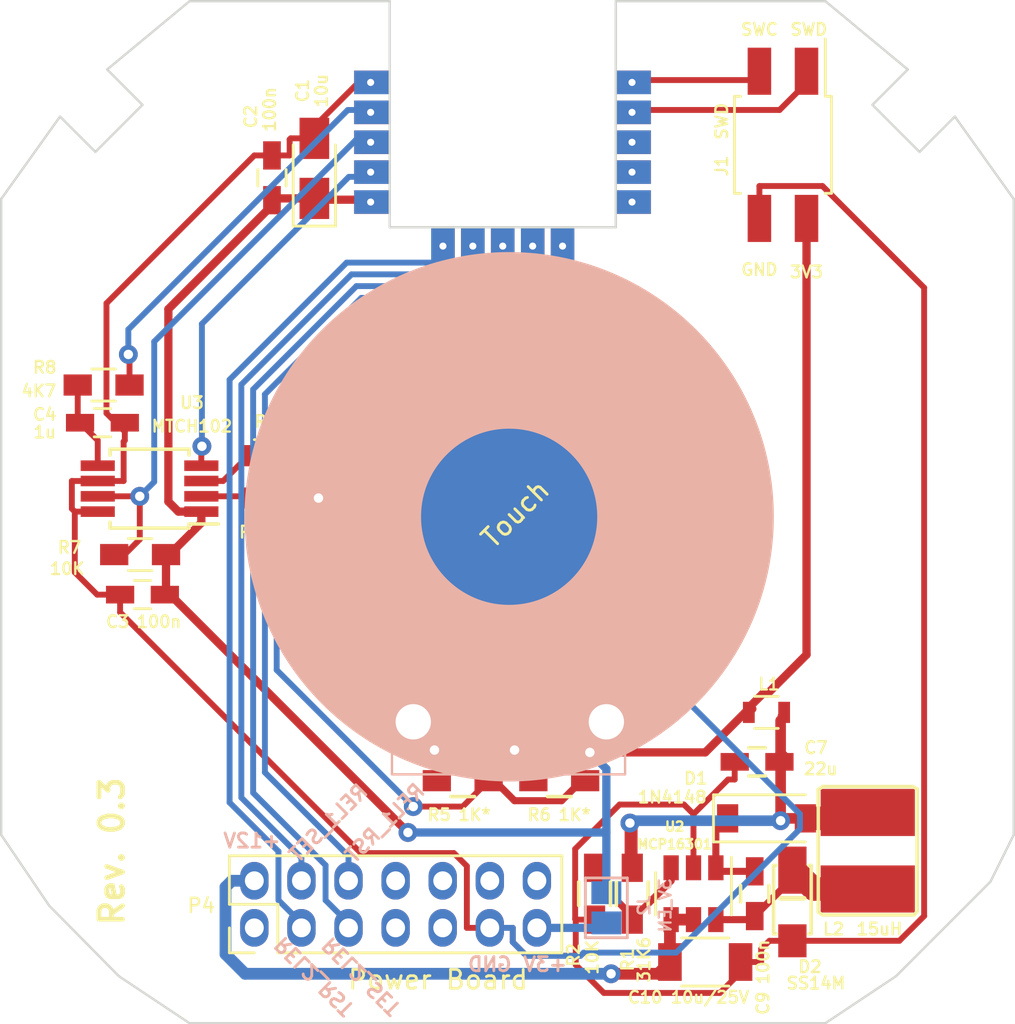
<source format=kicad_pcb>
(kicad_pcb (version 20171130) (host pcbnew "(5.1.12)-1")

  (general
    (thickness 1.6)
    (drawings 36)
    (tracks 326)
    (zones 0)
    (modules 31)
    (nets 29)
  )

  (page A4)
  (layers
    (0 F.Cu signal)
    (31 B.Cu signal)
    (32 B.Adhes user hide)
    (33 F.Adhes user hide)
    (34 B.Paste user hide)
    (35 F.Paste user hide)
    (36 B.SilkS user hide)
    (37 F.SilkS user hide)
    (38 B.Mask user hide)
    (39 F.Mask user hide)
    (40 Dwgs.User user hide)
    (41 Cmts.User user hide)
    (42 Eco1.User user hide)
    (43 Eco2.User user hide)
    (44 Edge.Cuts user)
    (45 Margin user hide)
    (46 B.CrtYd user hide)
    (47 F.CrtYd user hide)
    (48 B.Fab user hide)
    (49 F.Fab user hide)
  )

  (setup
    (last_trace_width 0.25)
    (trace_clearance 0.25)
    (zone_clearance 0.45)
    (zone_45_only no)
    (trace_min 0.25)
    (via_size 0.8)
    (via_drill 0.4)
    (via_min_size 0.4)
    (via_min_drill 0.3)
    (uvia_size 0.3)
    (uvia_drill 0.1)
    (uvias_allowed no)
    (uvia_min_size 0.2)
    (uvia_min_drill 0.1)
    (edge_width 0.1)
    (segment_width 0.2)
    (pcb_text_width 0.3)
    (pcb_text_size 1.5 1.5)
    (mod_edge_width 0.15)
    (mod_text_size 0.5 0.5)
    (mod_text_width 0.1)
    (pad_size 1.5 1.5)
    (pad_drill 0.6)
    (pad_to_mask_clearance 0)
    (aux_axis_origin 0 0)
    (visible_elements 7FFFFF7F)
    (pcbplotparams
      (layerselection 0x010fc_ffffffff)
      (usegerberextensions true)
      (usegerberattributes false)
      (usegerberadvancedattributes false)
      (creategerberjobfile false)
      (excludeedgelayer true)
      (linewidth 0.100000)
      (plotframeref false)
      (viasonmask false)
      (mode 1)
      (useauxorigin false)
      (hpglpennumber 1)
      (hpglpenspeed 20)
      (hpglpendiameter 15.000000)
      (psnegative false)
      (psa4output false)
      (plotreference true)
      (plotvalue true)
      (plotinvisibletext false)
      (padsonsilk false)
      (subtractmaskfromsilk true)
      (outputformat 1)
      (mirror false)
      (drillshape 0)
      (scaleselection 1)
      (outputdirectory "gerber/"))
  )

  (net 0 "")
  (net 1 +3V3)
  (net 2 GND)
  (net 3 "Net-(C7-Pad1)")
  (net 4 "Net-(C9-Pad2)")
  (net 5 "Net-(C9-Pad1)")
  (net 6 /12Vcc)
  (net 7 "Net-(D5-Pad1)")
  (net 8 "Net-(D6-Pad2)")
  (net 9 /TS1)
  (net 10 /S1_LEDs)
  (net 11 "Net-(R1-Pad1)")
  (net 12 /Relay2_Reset)
  (net 13 /Relay1_Reset)
  (net 14 /Relay2_Set)
  (net 15 /Relay1_Set)
  (net 16 /SWCLK)
  (net 17 /SWDIO)
  (net 18 "Net-(C4-Pad1)")
  (net 19 "Net-(R3-Pad1)")
  (net 20 "Net-(R3-Pad2)")
  (net 21 "Net-(R4-Pad2)")
  (net 22 "Net-(R4-Pad1)")
  (net 23 /MTSA)
  (net 24 /MTPM)
  (net 25 "Net-(J2-Pad2)")
  (net 26 "Net-(U5-Pad11)")
  (net 27 "Net-(U5-Pad12)")
  (net 28 "Net-(U5-Pad13)")

  (net_class Default "This is the default net class."
    (clearance 0.25)
    (trace_width 0.25)
    (via_dia 0.8)
    (via_drill 0.4)
    (uvia_dia 0.3)
    (uvia_drill 0.1)
    (add_net +3V3)
    (add_net /12Vcc)
    (add_net /MTPM)
    (add_net /MTSA)
    (add_net /Relay1_Reset)
    (add_net /Relay1_Set)
    (add_net /Relay2_Reset)
    (add_net /Relay2_Set)
    (add_net /S1_LEDs)
    (add_net /SWCLK)
    (add_net /SWDIO)
    (add_net /TS1)
    (add_net GND)
    (add_net "Net-(C4-Pad1)")
    (add_net "Net-(C7-Pad1)")
    (add_net "Net-(C9-Pad1)")
    (add_net "Net-(C9-Pad2)")
    (add_net "Net-(D5-Pad1)")
    (add_net "Net-(D6-Pad2)")
    (add_net "Net-(J2-Pad2)")
    (add_net "Net-(R1-Pad1)")
    (add_net "Net-(R3-Pad1)")
    (add_net "Net-(R3-Pad2)")
    (add_net "Net-(R4-Pad1)")
    (add_net "Net-(R4-Pad2)")
    (add_net "Net-(U5-Pad11)")
    (add_net "Net-(U5-Pad12)")
    (add_net "Net-(U5-Pad13)")
  )

  (module myfootprints:Holyiot-NRF52832 (layer B.Cu) (tedit 5B1901FD) (tstamp 5B0C4249)
    (at 142.14 75.15 180)
    (path /5B0A5843)
    (fp_text reference U5 (at 0.4 0.5615 180) (layer B.SilkS) hide
      (effects (font (size 0.8 0.8) (thickness 0.15)) (justify mirror))
    )
    (fp_text value H_NRF52832 (at 0.4 -0.4385 180) (layer B.SilkS) hide
      (effects (font (size 0.8 0.8) (thickness 0.15)) (justify mirror))
    )
    (fp_line (start -4.8 -4.625) (end 4.7 -4.625) (layer Dwgs.User) (width 0.15))
    (fp_line (start -4.8 4.625) (end -4.8 -4.625) (layer Dwgs.User) (width 0.15))
    (fp_line (start 4.7 -4.625) (end 4.7 4.625) (layer Dwgs.User) (width 0.15))
    (fp_line (start -4.800032 4.625) (end 4.7 4.625) (layer Dwgs.User) (width 0.15))
    (fp_line (start -1.7 4.2) (end 1.70147 4.2) (layer Dwgs.User) (width 0.15))
    (fp_line (start -1.70147 2.7) (end 1.7 2.7) (layer Dwgs.User) (width 0.15))
    (fp_line (start -1.7 2.7) (end -1.7 4.2) (layer Dwgs.User) (width 0.15))
    (fp_line (start 1.7 2.7) (end 1.7 4.2) (layer Dwgs.User) (width 0.15))
    (fp_text user ANT (at 0.1 3.4 180) (layer Dwgs.User)
      (effects (font (size 1 1) (thickness 0.15)))
    )
    (pad 11 thru_hole circle (at -5.55 -3.58 180) (size 0.6 0.6) (drill 0.3) (layers *.Cu *.Mask)
      (net 26 "Net-(U5-Pad11)"))
    (pad 12 thru_hole circle (at -5.55 -2.31 180) (size 0.6 0.6) (drill 0.3) (layers *.Cu *.Mask)
      (net 27 "Net-(U5-Pad12)"))
    (pad 13 thru_hole circle (at -5.55 -1.04 180) (size 0.6 0.6) (drill 0.3) (layers *.Cu *.Mask)
      (net 28 "Net-(U5-Pad13)"))
    (pad 14 thru_hole circle (at -5.55 0.23 180) (size 0.6 0.6) (drill 0.3) (layers *.Cu *.Mask)
      (net 17 /SWDIO))
    (pad 11 smd rect (at -5.6 -3.58 180) (size 1.5 1) (layers F.Cu F.Paste F.Mask)
      (net 26 "Net-(U5-Pad11)"))
    (pad 12 smd rect (at -5.6 -2.31 180) (size 1.5 1) (layers F.Cu F.Paste F.Mask)
      (net 27 "Net-(U5-Pad12)"))
    (pad 13 smd rect (at -5.6 -1.04 180) (size 1.5 1) (layers F.Cu F.Paste F.Mask)
      (net 28 "Net-(U5-Pad13)"))
    (pad 14 smd rect (at -5.6 0.23 180) (size 1.5 1) (layers F.Cu F.Paste F.Mask)
      (net 17 /SWDIO))
    (pad 15 smd rect (at -5.6 1.5 180) (size 1.5 1) (layers F.Cu F.Paste F.Mask)
      (net 16 /SWCLK))
    (pad 15 thru_hole circle (at -5.55 1.5 180) (size 0.6 0.6) (drill 0.3) (layers *.Cu *.Mask)
      (net 16 /SWCLK))
    (pad 6 thru_hole circle (at 2.48 -5.45 180) (size 0.6 0.6) (drill 0.3) (layers *.Cu *.Mask)
      (net 12 /Relay2_Reset))
    (pad 7 thru_hole circle (at 1.21 -5.45 180) (size 0.6 0.6) (drill 0.3) (layers *.Cu *.Mask)
      (net 15 /Relay1_Set))
    (pad 8 thru_hole circle (at -0.06 -5.45 180) (size 0.6 0.6) (drill 0.3) (layers *.Cu *.Mask)
      (net 14 /Relay2_Set))
    (pad 9 thru_hole circle (at -1.33 -5.45 180) (size 0.6 0.6) (drill 0.3) (layers *.Cu *.Mask)
      (net 13 /Relay1_Reset))
    (pad 10 thru_hole circle (at -2.6 -5.45 180) (size 0.6 0.6) (drill 0.3) (layers *.Cu *.Mask)
      (net 10 /S1_LEDs))
    (pad 6 smd rect (at 2.48 -5.4 90) (size 1.5 1) (layers F.Cu F.Paste F.Mask)
      (net 12 /Relay2_Reset))
    (pad 7 smd rect (at 1.21 -5.4 90) (size 1.5 1) (layers F.Cu F.Paste F.Mask)
      (net 15 /Relay1_Set))
    (pad 8 smd rect (at -0.06 -5.4 90) (size 1.5 1) (layers F.Cu F.Paste F.Mask)
      (net 14 /Relay2_Set))
    (pad 9 smd rect (at -1.33 -5.4 90) (size 1.5 1) (layers F.Cu F.Paste F.Mask)
      (net 13 /Relay1_Reset))
    (pad 10 smd rect (at -2.6 -5.4 90) (size 1.5 1) (layers F.Cu F.Paste F.Mask)
      (net 10 /S1_LEDs))
    (pad 5 thru_hole circle (at 5.55 -3.58 180) (size 0.6 0.6) (drill 0.3) (layers *.Cu *.Mask)
      (net 1 +3V3))
    (pad 4 thru_hole circle (at 5.55 -2.31 180) (size 0.6 0.6) (drill 0.3) (layers *.Cu *.Mask)
      (net 24 /MTPM))
    (pad 3 thru_hole circle (at 5.55 -1.04 180) (size 0.6 0.6) (drill 0.3) (layers *.Cu *.Mask)
      (net 9 /TS1))
    (pad 2 thru_hole circle (at 5.55 0.23 180) (size 0.6 0.6) (drill 0.3) (layers *.Cu *.Mask)
      (net 23 /MTSA))
    (pad 1 smd rect (at 5.5 1.5 180) (size 1.5 1) (layers B.Cu B.Paste B.Mask)
      (net 2 GND))
    (pad 2 smd rect (at 5.5 0.23 180) (size 1.5 1) (layers B.Cu B.Paste B.Mask)
      (net 23 /MTSA))
    (pad 3 smd rect (at 5.5 -1.04 180) (size 1.5 1) (layers B.Cu B.Paste B.Mask)
      (net 9 /TS1))
    (pad 4 smd rect (at 5.5 -2.31 180) (size 1.5 1) (layers B.Cu B.Paste B.Mask)
      (net 24 /MTPM))
    (pad 5 smd rect (at 5.5 -3.58 180) (size 1.5 1) (layers B.Cu B.Paste B.Mask)
      (net 1 +3V3))
    (pad 10 smd rect (at -2.6 -5.4 90) (size 1.5 1) (layers B.Cu B.Paste B.Mask)
      (net 10 /S1_LEDs))
    (pad 9 smd rect (at -1.33 -5.4 90) (size 1.5 1) (layers B.Cu B.Paste B.Mask)
      (net 13 /Relay1_Reset))
    (pad 8 smd rect (at -0.06 -5.4 90) (size 1.5 1) (layers B.Cu B.Paste B.Mask)
      (net 14 /Relay2_Set))
    (pad 7 smd rect (at 1.21 -5.4 90) (size 1.5 1) (layers B.Cu B.Paste B.Mask)
      (net 15 /Relay1_Set))
    (pad 6 smd rect (at 2.48 -5.4 90) (size 1.5 1) (layers B.Cu B.Paste B.Mask)
      (net 12 /Relay2_Reset))
    (pad 14 smd rect (at -5.6 0.23 180) (size 1.5 1) (layers B.Cu B.Paste B.Mask)
      (net 17 /SWDIO))
    (pad 12 smd rect (at -5.6 -2.31 180) (size 1.5 1) (layers B.Cu B.Paste B.Mask)
      (net 27 "Net-(U5-Pad12)"))
    (pad 13 smd rect (at -5.6 -1.04 180) (size 1.5 1) (layers B.Cu B.Paste B.Mask)
      (net 28 "Net-(U5-Pad13)"))
    (pad 11 smd rect (at -5.6 -3.58 180) (size 1.5 1) (layers B.Cu B.Paste B.Mask)
      (net 26 "Net-(U5-Pad11)"))
    (pad 15 smd rect (at -5.6 1.5 180) (size 1.5 1) (layers B.Cu B.Paste B.Mask)
      (net 16 /SWCLK))
    (pad 1 smd rect (at 5.5 1.5 180) (size 1.5 1) (layers F.Cu F.Paste F.Mask)
      (net 2 GND))
    (pad 2 smd rect (at 5.5 0.23 180) (size 1.5 1) (layers F.Cu F.Paste F.Mask)
      (net 23 /MTSA))
    (pad 3 smd rect (at 5.5 -1.04 180) (size 1.5 1) (layers F.Cu F.Paste F.Mask)
      (net 9 /TS1))
    (pad 4 smd rect (at 5.5 -2.31 180) (size 1.5 1) (layers F.Cu F.Paste F.Mask)
      (net 24 /MTPM))
    (pad 5 smd rect (at 5.5 -3.58 180) (size 1.5 1) (layers F.Cu F.Paste F.Mask)
      (net 1 +3V3))
    (pad 1 thru_hole circle (at 5.55 1.5 180) (size 0.6 0.6) (drill 0.3) (layers *.Cu *.Mask)
      (net 2 GND))
    (model ${KIPRJMOD}/shapes3D/Holyiot_TinyBLE_nRF52832.stp
      (offset (xyz -4.729999928962528 -4.749999928662157 -1.299999980475959))
      (scale (xyz 1 1 1))
      (rotate (xyz 0 0 0))
    )
  )

  (module Pin_Headers:Pin_Header_Straight_2x07_Pitch2.00mm locked (layer F.Cu) (tedit 59E523B5) (tstamp 590C399A)
    (at 131.65 109.55 90)
    (descr "Through hole straight pin header, 2x07, 2.00mm pitch, double rows")
    (tags "Through hole pin header THT 2x07 2.00mm double row")
    (path /586CF0D6)
    (fp_text reference P4 (at 0.95 -2.25 180) (layer F.SilkS)
      (effects (font (size 0.6 0.6) (thickness 0.1)))
    )
    (fp_text value "Power Board" (at -2.2 7.8 180) (layer F.SilkS)
      (effects (font (size 0.8 0.8) (thickness 0.12)))
    )
    (fp_line (start 3.5 -1.5) (end -1.5 -1.5) (layer F.CrtYd) (width 0.05))
    (fp_line (start 3.5 13.5) (end 3.5 -1.5) (layer F.CrtYd) (width 0.05))
    (fp_line (start -1.5 13.5) (end 3.5 13.5) (layer F.CrtYd) (width 0.05))
    (fp_line (start -1.5 -1.5) (end -1.5 13.5) (layer F.CrtYd) (width 0.05))
    (fp_line (start -1.06 -1.06) (end 0 -1.06) (layer F.SilkS) (width 0.12))
    (fp_line (start -1.06 0) (end -1.06 -1.06) (layer F.SilkS) (width 0.12))
    (fp_line (start 1 1) (end -1.06 1) (layer F.SilkS) (width 0.12))
    (fp_line (start 1 -1.06) (end 1 1) (layer F.SilkS) (width 0.12))
    (fp_line (start 3.06 -1.06) (end 1 -1.06) (layer F.SilkS) (width 0.12))
    (fp_line (start 3.06 13.06) (end 3.06 -1.06) (layer F.SilkS) (width 0.12))
    (fp_line (start -1.06 13.06) (end 3.06 13.06) (layer F.SilkS) (width 0.12))
    (fp_line (start -1.06 1) (end -1.06 13.06) (layer F.SilkS) (width 0.12))
    (fp_line (start 3 -1) (end -1 -1) (layer F.Fab) (width 0.1))
    (fp_line (start 3 13) (end 3 -1) (layer F.Fab) (width 0.1))
    (fp_line (start -1 13) (end 3 13) (layer F.Fab) (width 0.1))
    (fp_line (start -1 -1) (end -1 13) (layer F.Fab) (width 0.1))
    (fp_text user %R (at 1 -2.06 90) (layer F.Fab) hide
      (effects (font (size 1 1) (thickness 0.15)))
    )
    (pad 14 thru_hole oval (at 2 12 90) (size 1.6 1.2) (drill 0.8) (layers *.Cu *.Mask))
    (pad 13 thru_hole oval (at 0 12 90) (size 1.6 1.2) (drill 0.8) (layers *.Cu *.Mask)
      (net 25 "Net-(J2-Pad2)"))
    (pad 12 thru_hole oval (at 2 10 90) (size 1.6 1.2) (drill 0.8) (layers *.Cu *.Mask))
    (pad 11 thru_hole oval (at 0 10 90) (size 1.6 1.2) (drill 0.8) (layers *.Cu *.Mask)
      (net 2 GND))
    (pad 10 thru_hole oval (at 2 8 90) (size 1.6 1.2) (drill 0.8) (layers *.Cu *.Mask))
    (pad 9 thru_hole oval (at 0 8 90) (size 1.6 1.2) (drill 0.8) (layers *.Cu *.Mask))
    (pad 8 thru_hole oval (at 2 6 90) (size 1.6 1.2) (drill 0.8) (layers *.Cu *.Mask))
    (pad 7 thru_hole oval (at 0 6 90) (size 1.6 1.2) (drill 0.8) (layers *.Cu *.Mask))
    (pad 6 thru_hole oval (at 2 4 90) (size 1.6 1.2) (drill 0.8) (layers *.Cu *.Mask)
      (net 13 /Relay1_Reset))
    (pad 5 thru_hole oval (at 0 4 90) (size 1.6 1.2) (drill 0.8) (layers *.Cu *.Mask)
      (net 14 /Relay2_Set))
    (pad 4 thru_hole oval (at 2 2 90) (size 1.6 1.2) (drill 0.8) (layers *.Cu *.Mask)
      (net 15 /Relay1_Set))
    (pad 3 thru_hole oval (at 0 2 90) (size 1.6 1.2) (drill 0.8) (layers *.Cu *.Mask)
      (net 12 /Relay2_Reset))
    (pad 2 thru_hole oval (at 2 0 90) (size 1.6 1.2) (drill 0.8) (layers *.Cu *.Mask)
      (net 6 /12Vcc))
    (pad 1 thru_hole oval (at 0 0 90) (size 1.6 1.2) (drill 0.8) (layers *.Cu *.Mask))
    (model ${KIPRJMOD}/shapes3D/female_header_2row_14pins_2mm.stp
      (at (xyz 0 0 0))
      (scale (xyz 1 1 1))
      (rotate (xyz 0 0 0))
    )
  )

  (module myfootprints:Livolo_EU_SW_1_Channel_1Way_Frame_VL-C702X-2_Ver_C1 locked (layer B.Cu) (tedit 5910668F) (tstamp 595234D5)
    (at 142.3 92 180)
    (fp_text reference REF**_3 (at -0.3 -0.5 180) (layer B.SilkS) hide
      (effects (font (size 0.5 0.5) (thickness 0.1)) (justify mirror))
    )
    (fp_text value Livolo_EU_SW_2Ways_Frame_VL-C702X-2_Ver_C1 (at 0 0.5 180) (layer B.Fab) hide
      (effects (font (size 0.5 0.5) (thickness 0.1)) (justify mirror))
    )
    (fp_line (start -1.1 -10.57522) (end -1.1 -9.577) (layer Dwgs.User) (width 0.1))
    (fp_line (start 3.297 -10.57522) (end 0.756938 -10.57522) (layer Dwgs.User) (width 0.1))
    (fp_line (start -3.640062 -10.57522) (end -3.640062 -9.575) (layer Dwgs.User) (width 0.1))
    (fp_line (start 3.357 -9.577) (end 0.817 -9.577) (layer Dwgs.User) (width 0.1))
    (fp_line (start 4.8048 -11.030002) (end 4.8048 -5.974511) (layer B.SilkS) (width 0.1))
    (fp_line (start 0.757 -10.57522) (end 0.757 -9.577) (layer Dwgs.User) (width 0.1))
    (fp_line (start 3.297 -9.577) (end 0.757 -9.577) (layer Dwgs.User) (width 0.1))
    (fp_line (start -1.1 -9.577) (end -3.64 -9.577) (layer Dwgs.User) (width 0.1))
    (fp_line (start -5.09516 -11.030002) (end -5.09516 -5.974511) (layer B.SilkS) (width 0.1))
    (fp_line (start 3.357 -10.57522) (end 3.357 -9.577) (layer Dwgs.User) (width 0.1))
    (fp_line (start 3.357 -10.57522) (end 0.816938 -10.57522) (layer Dwgs.User) (width 0.1))
    (fp_line (start -1.1 -10.57522) (end -3.640062 -10.57522) (layer Dwgs.User) (width 0.1))
    (fp_line (start 4.800006 -11.03202) (end -5.09 -11.03202) (layer B.SilkS) (width 0.1))
    (fp_line (start -16.61922 -19.58594) (end -13.61694 -21.58492) (layer Dwgs.User) (width 0.1))
    (fp_line (start 13.38072 -21.58492) (end 16.383 -19.58594) (layer Dwgs.User) (width 0.1))
    (fp_line (start 16.88084 18.91538) (end 15.38224 17.41424) (layer Dwgs.User) (width 0.1))
    (fp_line (start -13.61694 21.41474) (end 13.38072 21.41474) (layer Dwgs.User) (width 0.1))
    (fp_line (start 18.88236 16.9164) (end 21.38172 13.41628) (layer Dwgs.User) (width 0.1))
    (fp_line (start -13.61694 -21.58492) (end 13.38072 -21.58492) (layer Dwgs.User) (width 0.1))
    (fp_line (start -15.61846 17.41424) (end -17.11706 18.91538) (layer Dwgs.User) (width 0.1))
    (fp_line (start 13.38072 21.41474) (end 16.88084 18.91538) (layer Dwgs.User) (width 0.1))
    (fp_line (start 15.38224 17.41424) (end 17.38122 15.41526) (layer Dwgs.User) (width 0.1))
    (fp_line (start -21.61794 -13.58392) (end -20.61718 -15.58544) (layer Dwgs.User) (width 0.1))
    (fp_line (start -20.61718 -15.58544) (end -16.61922 -19.58594) (layer Dwgs.User) (width 0.1))
    (fp_line (start 17.38122 15.41526) (end 18.88236 16.9164) (layer Dwgs.User) (width 0.1))
    (fp_line (start 16.383 -19.58594) (end 19.38274 -16.58366) (layer Dwgs.User) (width 0.1))
    (fp_line (start 19.38274 -16.58366) (end 21.38172 -13.58392) (layer Dwgs.User) (width 0.1))
    (fp_line (start -21.61794 13.41628) (end -19.11858 16.9164) (layer Dwgs.User) (width 0.1))
    (fp_line (start -19.11858 16.9164) (end -17.61744 15.41526) (layer Dwgs.User) (width 0.1))
    (fp_line (start -17.11706 18.91538) (end -13.61694 21.41474) (layer Dwgs.User) (width 0.1))
    (fp_line (start -21.61794 -13.58392) (end -21.61794 13.41628) (layer Dwgs.User) (width 0.1))
    (fp_line (start 21.38172 -13.58392) (end 21.38172 13.41628) (layer Dwgs.User) (width 0.1))
    (fp_line (start -17.61744 15.41526) (end -15.61846 17.41424) (layer Dwgs.User) (width 0.1))
    (fp_circle (center -0.169276 -0.109512) (end 7.475 0.125) (layer B.SilkS) (width 0.1))
    (fp_circle (center -4.247575 -8.803) (end -3.545536 -9.057) (layer Dwgs.User) (width 0.15))
    (fp_circle (center 3.992 -8.818425) (end 4.694039 -9.072425) (layer Dwgs.User) (width 0.15))
    (fp_circle (center 10.652024 -15.552928) (end 11.203748 -15.552928) (layer Dwgs.User) (width 0.1))
    (fp_circle (center 8.652024 -15.552928) (end 9.203748 -15.552928) (layer Dwgs.User) (width 0.1))
    (fp_circle (center 6.652024 -15.552928) (end 7.203748 -15.552928) (layer Dwgs.User) (width 0.1))
    (fp_circle (center 4.652024 -15.552928) (end 5.203748 -15.552928) (layer Dwgs.User) (width 0.1))
    (fp_circle (center 2.652024 -15.552928) (end 3.203748 -15.552928) (layer Dwgs.User) (width 0.1))
    (fp_circle (center 0.652024 -15.552928) (end 1.203748 -15.552928) (layer Dwgs.User) (width 0.1))
    (fp_circle (center -1.347976 -15.552928) (end -0.796252 -15.552928) (layer Dwgs.User) (width 0.1))
    (fp_circle (center 10.652024 -17.552928) (end 11.203748 -17.552928) (layer Dwgs.User) (width 0.1))
    (fp_circle (center 8.652024 -17.552928) (end 9.203748 -17.552928) (layer Dwgs.User) (width 0.1))
    (fp_circle (center 6.652024 -17.552928) (end 7.203748 -17.552928) (layer Dwgs.User) (width 0.1))
    (fp_circle (center 4.652024 -17.552928) (end 5.203748 -17.552928) (layer Dwgs.User) (width 0.1))
    (fp_circle (center 2.652024 -17.552928) (end 3.203748 -17.552928) (layer Dwgs.User) (width 0.1))
    (fp_circle (center 0.652024 -17.552928) (end 1.203748 -17.552928) (layer Dwgs.User) (width 0.1))
    (fp_circle (center -1.347976 -17.552928) (end -0.796252 -17.552928) (layer Dwgs.User) (width 0.1))
  )

  (module Pin_Headers:Pin_Header_Straight_2x02_Pitch2.00mm_SMD (layer F.Cu) (tedit 594A0E13) (tstamp 59483961)
    (at 154.1 76.3 270)
    (descr "surface-mounted straight pin header, 2x02, 2.00mm pitch, double rows")
    (tags "Surface mounted pin header SMD 2x02 2.00mm double row")
    (path /594872D4)
    (attr smd)
    (fp_text reference J1 (at 0.9 2.6 270) (layer F.SilkS)
      (effects (font (size 0.5 0.5) (thickness 0.1)))
    )
    (fp_text value SWD (at -1 2.6 270) (layer F.SilkS)
      (effects (font (size 0.5 0.5) (thickness 0.1)))
    )
    (fp_line (start 5 -2.5) (end -5 -2.5) (layer F.CrtYd) (width 0.05))
    (fp_line (start 5 2.5) (end 5 -2.5) (layer F.CrtYd) (width 0.05))
    (fp_line (start -5 2.5) (end 5 2.5) (layer F.CrtYd) (width 0.05))
    (fp_line (start -5 -2.5) (end -5 2.5) (layer F.CrtYd) (width 0.05))
    (fp_line (start -4.5 -1.8) (end -2.06 -1.8) (layer F.SilkS) (width 0.12))
    (fp_line (start 2.06 2.06) (end 2.06 1.8) (layer F.SilkS) (width 0.12))
    (fp_line (start -2.06 2.06) (end 2.06 2.06) (layer F.SilkS) (width 0.12))
    (fp_line (start -2.06 1.8) (end -2.06 2.06) (layer F.SilkS) (width 0.12))
    (fp_line (start 2.06 -2.06) (end 2.06 -1.8) (layer F.SilkS) (width 0.12))
    (fp_line (start -2.06 -2.06) (end 2.06 -2.06) (layer F.SilkS) (width 0.12))
    (fp_line (start -2.06 -1.8) (end -2.06 -2.06) (layer F.SilkS) (width 0.12))
    (fp_line (start 3 0.75) (end 2 0.75) (layer F.Fab) (width 0.1))
    (fp_line (start 3 1.25) (end 3 0.75) (layer F.Fab) (width 0.1))
    (fp_line (start 2 1.25) (end 3 1.25) (layer F.Fab) (width 0.1))
    (fp_line (start 2 0.75) (end 2 1.25) (layer F.Fab) (width 0.1))
    (fp_line (start -3 0.75) (end -2 0.75) (layer F.Fab) (width 0.1))
    (fp_line (start -3 1.25) (end -3 0.75) (layer F.Fab) (width 0.1))
    (fp_line (start -2 1.25) (end -3 1.25) (layer F.Fab) (width 0.1))
    (fp_line (start -2 0.75) (end -2 1.25) (layer F.Fab) (width 0.1))
    (fp_line (start 3 -1.25) (end 2 -1.25) (layer F.Fab) (width 0.1))
    (fp_line (start 3 -0.75) (end 3 -1.25) (layer F.Fab) (width 0.1))
    (fp_line (start 2 -0.75) (end 3 -0.75) (layer F.Fab) (width 0.1))
    (fp_line (start 2 -1.25) (end 2 -0.75) (layer F.Fab) (width 0.1))
    (fp_line (start -3 -1.25) (end -2 -1.25) (layer F.Fab) (width 0.1))
    (fp_line (start -3 -0.75) (end -3 -1.25) (layer F.Fab) (width 0.1))
    (fp_line (start -2 -0.75) (end -3 -0.75) (layer F.Fab) (width 0.1))
    (fp_line (start -2 -1.25) (end -2 -0.75) (layer F.Fab) (width 0.1))
    (fp_line (start 2 -2) (end -2 -2) (layer F.Fab) (width 0.1))
    (fp_line (start 2 2) (end 2 -2) (layer F.Fab) (width 0.1))
    (fp_line (start -2 2) (end 2 2) (layer F.Fab) (width 0.1))
    (fp_line (start -2 -2) (end -2 2) (layer F.Fab) (width 0.1))
    (fp_text user %R (at 0 -3.06 270) (layer F.Fab) hide
      (effects (font (size 1 1) (thickness 0.15)))
    )
    (pad 4 smd rect (at 3.125 1 270) (size 2 1) (layers F.Cu F.Paste F.Mask)
      (net 2 GND))
    (pad 3 smd rect (at -3.125 1 270) (size 2 1) (layers F.Cu F.Paste F.Mask)
      (net 16 /SWCLK))
    (pad 2 smd rect (at 3.125 -1 270) (size 2 1) (layers F.Cu F.Paste F.Mask)
      (net 1 +3V3))
    (pad 1 smd rect (at -3.125 -1 270) (size 2 1) (layers F.Cu F.Paste F.Mask)
      (net 17 /SWDIO))
  )

  (module myfootprints:VLCF4020T-150MR68 (layer F.Cu) (tedit 5979D357) (tstamp 586E5C30)
    (at 157.7 106.4)
    (path /586CFA44)
    (fp_text reference L2 (at -1.45 3.2 -180) (layer F.SilkS)
      (effects (font (size 0.5 0.5) (thickness 0.1)))
    )
    (fp_text value 15uH (at 0.5 3.2) (layer F.SilkS)
      (effects (font (size 0.5 0.5) (thickness 0.1)))
    )
    (fp_line (start -2.1 2.475) (end -1.925 2.6) (layer F.SilkS) (width 0.15))
    (fp_line (start 2.1 2.45) (end 1.975 2.6) (layer F.SilkS) (width 0.15))
    (fp_line (start 1.975 2.6) (end -1.9 2.6) (layer F.SilkS) (width 0.15))
    (fp_line (start 2.1 -2.75) (end 1.9 -2.85) (layer F.SilkS) (width 0.15))
    (fp_line (start 2.1 2.45) (end 2.1 -2.75) (layer F.SilkS) (width 0.15))
    (fp_line (start -1.9 -2.85) (end 1.9 -2.85) (layer F.SilkS) (width 0.15))
    (fp_line (start -2.1 2.475) (end -2.1 -2.725) (layer F.SilkS) (width 0.15))
    (fp_line (start -2.1 -2.725) (end -1.9 -2.85) (layer F.SilkS) (width 0.15))
    (pad 1 smd rect (at 0 -1.75) (size 4 2) (layers F.Cu F.Paste F.Mask)
      (net 3 "Net-(C7-Pad1)"))
    (pad 2 smd rect (at 0 1.5) (size 4 2) (layers F.Cu F.Paste F.Mask)
      (net 4 "Net-(C9-Pad2)"))
    (model ${KIPRJMOD}/shapes3D/IFSC-1515AH-01_sp.step
      (at (xyz 0 0 0))
      (scale (xyz 1 1 1))
      (rotate (xyz 0 0 0))
    )
  )

  (module myfootprints:SS14M (layer F.Cu) (tedit 58E37FED) (tstamp 586E5B7F)
    (at 154.5 108.6 270)
    (path /586CFC73)
    (fp_text reference D2 (at 2.6 -0.75) (layer F.SilkS)
      (effects (font (size 0.5 0.5) (thickness 0.1)))
    )
    (fp_text value SS14M (at 3.3 -1) (layer F.SilkS)
      (effects (font (size 0.5 0.5) (thickness 0.1)))
    )
    (fp_line (start -0.3 -0.5) (end -0.3 0.5) (layer F.SilkS) (width 0.2))
    (fp_line (start 1.2 -0.8) (end 1.2 -0.7) (layer F.SilkS) (width 0.15))
    (fp_line (start -1.7 -0.8) (end 1.2 -0.8) (layer F.SilkS) (width 0.15))
    (fp_line (start -1.7 0.8) (end 1.201723 0.8) (layer F.SilkS) (width 0.15))
    (fp_line (start 1.2 0.7) (end 1.2 0.8) (layer F.SilkS) (width 0.15))
    (fp_line (start -1.7 0.7) (end -1.7 0.8) (layer F.SilkS) (width 0.15))
    (fp_line (start -1.7 -0.8) (end -1.7 -0.7) (layer F.SilkS) (width 0.15))
    (pad 1 smd rect (at -1.5 0 270) (size 2 1.2) (layers F.Cu F.Paste F.Mask)
      (net 4 "Net-(C9-Pad2)"))
    (pad 2 smd rect (at 1.5 0 270) (size 1.4 1.2) (layers F.Cu F.Paste F.Mask)
      (net 2 GND))
    (model ${KIPRJMOD}/shapes3D/DO-219AB.stp
      (at (xyz 0 0 0))
      (scale (xyz 1 1 1))
      (rotate (xyz 0 0 180))
    )
  )

  (module Resistors_SMD:R_0603_HandSoldering (layer F.Cu) (tedit 586E4F31) (tstamp 586E5C7F)
    (at 146.1 108.1 90)
    (descr "Resistor SMD 0603, hand soldering")
    (tags "resistor 0603")
    (path /586D0315)
    (attr smd)
    (fp_text reference R2 (at -2.6 -0.9 90) (layer F.SilkS)
      (effects (font (size 0.5 0.5) (thickness 0.1)))
    )
    (fp_text value 10K (at -2.7 -0.1 90) (layer F.SilkS)
      (effects (font (size 0.5 0.5) (thickness 0.1)))
    )
    (fp_line (start -0.5 -0.675) (end 0.5 -0.675) (layer F.SilkS) (width 0.15))
    (fp_line (start 0.5 0.675) (end -0.5 0.675) (layer F.SilkS) (width 0.15))
    (fp_line (start 2 -0.8) (end 2 0.8) (layer F.CrtYd) (width 0.05))
    (fp_line (start -2 -0.8) (end -2 0.8) (layer F.CrtYd) (width 0.05))
    (fp_line (start -2 0.8) (end 2 0.8) (layer F.CrtYd) (width 0.05))
    (fp_line (start -2 -0.8) (end 2 -0.8) (layer F.CrtYd) (width 0.05))
    (fp_line (start -0.8 -0.4) (end 0.8 -0.4) (layer F.Fab) (width 0.1))
    (fp_line (start 0.8 -0.4) (end 0.8 0.4) (layer F.Fab) (width 0.1))
    (fp_line (start 0.8 0.4) (end -0.8 0.4) (layer F.Fab) (width 0.1))
    (fp_line (start -0.8 0.4) (end -0.8 -0.4) (layer F.Fab) (width 0.1))
    (pad 2 smd rect (at 1.1 0 90) (size 1.2 0.9) (layers F.Cu F.Paste F.Mask)
      (net 11 "Net-(R1-Pad1)"))
    (pad 1 smd rect (at -1.1 0 90) (size 1.2 0.9) (layers F.Cu F.Paste F.Mask)
      (net 2 GND))
    (model ${KIPRJMOD}/shapes3D/R_0603_HandSoldering.stp
      (at (xyz 0 0 0))
      (scale (xyz 1 1 1))
      (rotate (xyz 0 0 0))
    )
  )

  (module TO_SOT_Packages_SMD:SOT-23-6 (layer F.Cu) (tedit 59E519E6) (tstamp 586E5D06)
    (at 150.3 108.1 270)
    (descr "6-pin SOT-23 package")
    (tags SOT-23-6)
    (path /586CDA6D)
    (attr smd)
    (fp_text reference U2 (at -2.85 0.8 180) (layer F.SilkS)
      (effects (font (size 0.4 0.4) (thickness 0.1)))
    )
    (fp_text value MCP16301 (at -2.1 0.8 180) (layer F.SilkS)
      (effects (font (size 0.4 0.4) (thickness 0.1)))
    )
    (fp_line (start 0.9 -1.55) (end 0.9 1.55) (layer F.Fab) (width 0.15))
    (fp_line (start 0.9 1.55) (end -0.9 1.55) (layer F.Fab) (width 0.15))
    (fp_line (start -0.9 -1.55) (end -0.9 1.55) (layer F.Fab) (width 0.15))
    (fp_line (start 0.9 -1.55) (end -0.9 -1.55) (layer F.Fab) (width 0.15))
    (fp_line (start -1.9 -1.8) (end -1.9 1.8) (layer F.CrtYd) (width 0.05))
    (fp_line (start -1.9 1.8) (end 1.9 1.8) (layer F.CrtYd) (width 0.05))
    (fp_line (start 1.9 1.8) (end 1.9 -1.8) (layer F.CrtYd) (width 0.05))
    (fp_line (start 1.9 -1.8) (end -1.9 -1.8) (layer F.CrtYd) (width 0.05))
    (fp_line (start 0.9 -1.61) (end -1.55 -1.61) (layer F.SilkS) (width 0.12))
    (fp_line (start -0.9 1.61) (end 0.9 1.61) (layer F.SilkS) (width 0.12))
    (pad 5 smd rect (at 1.1 0 270) (size 1.06 0.65) (layers F.Cu F.Paste F.Mask)
      (net 6 /12Vcc))
    (pad 6 smd rect (at 1.1 -0.95 270) (size 1.06 0.65) (layers F.Cu F.Paste F.Mask)
      (net 4 "Net-(C9-Pad2)"))
    (pad 4 smd rect (at 1.1 0.95 270) (size 1.06 0.65) (layers F.Cu F.Paste F.Mask)
      (net 6 /12Vcc))
    (pad 3 smd rect (at -1.1 0.95 270) (size 1.06 0.65) (layers F.Cu F.Paste F.Mask)
      (net 11 "Net-(R1-Pad1)"))
    (pad 2 smd rect (at -1.1 0 270) (size 1.06 0.65) (layers F.Cu F.Paste F.Mask)
      (net 2 GND))
    (pad 1 smd rect (at -1.1 -0.95 270) (size 1.06 0.65) (layers F.Cu F.Paste F.Mask)
      (net 5 "Net-(C9-Pad1)"))
    (model ${KIPRJMOD}/shapes3D/SOT23-6.stp
      (at (xyz 0 0 0))
      (scale (xyz 1 1 1))
      (rotate (xyz 0 0 0))
    )
  )

  (module myfootprints:hole_1.5mm locked (layer F.Cu) (tedit 58734700) (tstamp 58737615)
    (at 146.6 100.8)
    (fp_text reference REF**_2 (at 0 0.5) (layer F.SilkS) hide
      (effects (font (size 0.5 0.5) (thickness 0.1)))
    )
    (fp_text value hole_1.5mm (at 0 -0.5) (layer F.Fab) hide
      (effects (font (size 0.5 0.5) (thickness 0.1)))
    )
    (pad "" np_thru_hole circle (at 0 0) (size 1.5 1.5) (drill 1.5) (layers *.Cu *.Mask))
  )

  (module myfootprints:hole_1.5mm locked (layer F.Cu) (tedit 58734700) (tstamp 58734958)
    (at 138.4 100.8)
    (fp_text reference REF** (at 0 0.5) (layer F.SilkS) hide
      (effects (font (size 0.5 0.5) (thickness 0.1)))
    )
    (fp_text value hole_1.5mm (at 0 -0.5) (layer F.Fab) hide
      (effects (font (size 0.5 0.5) (thickness 0.1)))
    )
    (pad "" np_thru_hole circle (at 0 0) (size 1.5 1.5) (drill 1.5) (layers *.Cu *.Mask))
  )

  (module Capacitors_SMD:C_0603_HandSoldering (layer F.Cu) (tedit 0) (tstamp 586E5ABA)
    (at 153 102.5 180)
    (descr "Capacitor SMD 0603, hand soldering")
    (tags "capacitor 0603")
    (path /586E4CE4)
    (attr smd)
    (fp_text reference C7 (at -2.5 0.6 180) (layer F.SilkS)
      (effects (font (size 0.5 0.5) (thickness 0.1)))
    )
    (fp_text value 22u (at -2.7 -0.3) (layer F.SilkS)
      (effects (font (size 0.5 0.5) (thickness 0.1)))
    )
    (fp_line (start -0.8 0.4) (end -0.8 -0.4) (layer F.Fab) (width 0.15))
    (fp_line (start 0.8 0.4) (end -0.8 0.4) (layer F.Fab) (width 0.15))
    (fp_line (start 0.8 -0.4) (end 0.8 0.4) (layer F.Fab) (width 0.15))
    (fp_line (start -0.8 -0.4) (end 0.8 -0.4) (layer F.Fab) (width 0.15))
    (fp_line (start -1.85 -0.75) (end 1.85 -0.75) (layer F.CrtYd) (width 0.05))
    (fp_line (start -1.85 0.75) (end 1.85 0.75) (layer F.CrtYd) (width 0.05))
    (fp_line (start -1.85 -0.75) (end -1.85 0.75) (layer F.CrtYd) (width 0.05))
    (fp_line (start 1.85 -0.75) (end 1.85 0.75) (layer F.CrtYd) (width 0.05))
    (fp_line (start -0.35 -0.6) (end 0.35 -0.6) (layer F.SilkS) (width 0.15))
    (fp_line (start 0.35 0.6) (end -0.35 0.6) (layer F.SilkS) (width 0.15))
    (pad 1 smd rect (at -0.95 0 180) (size 1.2 0.75) (layers F.Cu F.Paste F.Mask)
      (net 3 "Net-(C7-Pad1)"))
    (pad 2 smd rect (at 0.95 0 180) (size 1.2 0.75) (layers F.Cu F.Paste F.Mask)
      (net 2 GND))
    (model ${KIPRJMOD}/shapes3D/C_0603_HandSoldering.stp
      (at (xyz 0 0 0))
      (scale (xyz 1 1 1))
      (rotate (xyz 0 0 0))
    )
  )

  (module Capacitors_SMD:C_0603_HandSoldering (layer F.Cu) (tedit 586E52DF) (tstamp 586E5ADA)
    (at 152.9 108.1 270)
    (descr "Capacitor SMD 0603, hand soldering")
    (tags "capacitor 0603")
    (path /586D0CDF)
    (attr smd)
    (fp_text reference C9 (at 4.65 -0.35 90) (layer F.SilkS)
      (effects (font (size 0.5 0.5) (thickness 0.1)))
    )
    (fp_text value 100n (at 2.9 -0.35 90) (layer F.SilkS)
      (effects (font (size 0.5 0.5) (thickness 0.1)))
    )
    (fp_line (start 0.35 0.6) (end -0.35 0.6) (layer F.SilkS) (width 0.15))
    (fp_line (start -0.35 -0.6) (end 0.35 -0.6) (layer F.SilkS) (width 0.15))
    (fp_line (start 1.85 -0.75) (end 1.85 0.75) (layer F.CrtYd) (width 0.05))
    (fp_line (start -1.85 -0.75) (end -1.85 0.75) (layer F.CrtYd) (width 0.05))
    (fp_line (start -1.85 0.75) (end 1.85 0.75) (layer F.CrtYd) (width 0.05))
    (fp_line (start -1.85 -0.75) (end 1.85 -0.75) (layer F.CrtYd) (width 0.05))
    (fp_line (start -0.8 -0.4) (end 0.8 -0.4) (layer F.Fab) (width 0.15))
    (fp_line (start 0.8 -0.4) (end 0.8 0.4) (layer F.Fab) (width 0.15))
    (fp_line (start 0.8 0.4) (end -0.8 0.4) (layer F.Fab) (width 0.15))
    (fp_line (start -0.8 0.4) (end -0.8 -0.4) (layer F.Fab) (width 0.15))
    (pad 2 smd rect (at 0.95 0 270) (size 1.2 0.75) (layers F.Cu F.Paste F.Mask)
      (net 4 "Net-(C9-Pad2)"))
    (pad 1 smd rect (at -0.95 0 270) (size 1.2 0.75) (layers F.Cu F.Paste F.Mask)
      (net 5 "Net-(C9-Pad1)"))
    (model ${KIPRJMOD}/shapes3D/C_0603_HandSoldering.stp
      (at (xyz 0 0 0))
      (scale (xyz 1 1 1))
      (rotate (xyz 0 0 0))
    )
  )

  (module Diodes_SMD:SOD-123 (layer F.Cu) (tedit 586E52DA) (tstamp 586E5B79)
    (at 153.4 104.9)
    (descr SOD-123)
    (tags SOD-123)
    (path /586CFDB1)
    (attr smd)
    (fp_text reference D1 (at -3 -1.7 180) (layer F.SilkS)
      (effects (font (size 0.5 0.5) (thickness 0.1)))
    )
    (fp_text value 1N4148 (at -4 -0.9) (layer F.SilkS)
      (effects (font (size 0.5 0.5) (thickness 0.1)))
    )
    (fp_line (start -2.25 -1) (end 1.65 -1) (layer F.SilkS) (width 0.12))
    (fp_line (start -2.25 1) (end 1.65 1) (layer F.SilkS) (width 0.12))
    (fp_line (start -2.35 -1.15) (end -2.35 1.15) (layer F.CrtYd) (width 0.05))
    (fp_line (start 2.35 1.15) (end -2.35 1.15) (layer F.CrtYd) (width 0.05))
    (fp_line (start 2.35 -1.15) (end 2.35 1.15) (layer F.CrtYd) (width 0.05))
    (fp_line (start -2.35 -1.15) (end 2.35 -1.15) (layer F.CrtYd) (width 0.05))
    (fp_line (start -1.4 -0.9) (end 1.4 -0.9) (layer F.Fab) (width 0.1))
    (fp_line (start 1.4 -0.9) (end 1.4 0.9) (layer F.Fab) (width 0.1))
    (fp_line (start 1.4 0.9) (end -1.4 0.9) (layer F.Fab) (width 0.1))
    (fp_line (start -1.4 0.9) (end -1.4 -0.9) (layer F.Fab) (width 0.1))
    (fp_line (start -0.75 0) (end -0.35 0) (layer F.Fab) (width 0.1))
    (fp_line (start -0.35 0) (end -0.35 -0.55) (layer F.Fab) (width 0.1))
    (fp_line (start -0.35 0) (end -0.35 0.55) (layer F.Fab) (width 0.1))
    (fp_line (start -0.35 0) (end 0.25 -0.4) (layer F.Fab) (width 0.1))
    (fp_line (start 0.25 -0.4) (end 0.25 0.4) (layer F.Fab) (width 0.1))
    (fp_line (start 0.25 0.4) (end -0.35 0) (layer F.Fab) (width 0.1))
    (fp_line (start 0.25 0) (end 0.75 0) (layer F.Fab) (width 0.1))
    (fp_line (start -2.25 -1) (end -2.25 1) (layer F.SilkS) (width 0.12))
    (pad 2 smd rect (at 1.65 0) (size 0.9 1.2) (layers F.Cu F.Paste F.Mask)
      (net 3 "Net-(C7-Pad1)"))
    (pad 1 smd rect (at -1.65 0) (size 0.9 1.2) (layers F.Cu F.Paste F.Mask)
      (net 5 "Net-(C9-Pad1)"))
    (model ${KIPRJMOD}/shapes3D/SOD123.stp
      (at (xyz 0 0 0))
      (scale (xyz 1 1 1))
      (rotate (xyz 0 0 -90))
    )
  )

  (module Diodes_SMD:D_0603 (layer B.Cu) (tedit 0) (tstamp 586E5BC4)
    (at 144.25 102.05)
    (descr "Diode SMD in 0603 package")
    (tags "smd diode")
    (path /586DBFD9)
    (attr smd)
    (fp_text reference D5 (at 0.75 -1.05) (layer B.SilkS)
      (effects (font (size 0.5 0.5) (thickness 0.1)) (justify mirror))
    )
    (fp_text value Red (at -0.65 -1.05) (layer B.SilkS)
      (effects (font (size 0.5 0.5) (thickness 0.1)) (justify mirror))
    )
    (fp_line (start -1.3 0.55) (end -1.3 -0.55) (layer B.SilkS) (width 0.12))
    (fp_line (start 1.4 -0.65) (end 1.4 0.65) (layer B.CrtYd) (width 0.05))
    (fp_line (start -1.4 -0.65) (end 1.4 -0.65) (layer B.CrtYd) (width 0.05))
    (fp_line (start -1.4 0.65) (end -1.4 -0.65) (layer B.CrtYd) (width 0.05))
    (fp_line (start 1.4 0.65) (end -1.4 0.65) (layer B.CrtYd) (width 0.05))
    (fp_line (start 0.2 0) (end 0.4 0) (layer B.Fab) (width 0.1))
    (fp_line (start -0.1 0) (end -0.3 0) (layer B.Fab) (width 0.1))
    (fp_line (start -0.1 0.2) (end -0.1 -0.2) (layer B.Fab) (width 0.1))
    (fp_line (start 0.2 -0.2) (end 0.2 0.2) (layer B.Fab) (width 0.1))
    (fp_line (start -0.1 0) (end 0.2 -0.2) (layer B.Fab) (width 0.1))
    (fp_line (start 0.2 0.2) (end -0.1 0) (layer B.Fab) (width 0.1))
    (fp_line (start -0.8 -0.4) (end -0.8 0.4) (layer B.Fab) (width 0.1))
    (fp_line (start 0.8 -0.4) (end -0.8 -0.4) (layer B.Fab) (width 0.1))
    (fp_line (start 0.8 0.4) (end 0.8 -0.4) (layer B.Fab) (width 0.1))
    (fp_line (start -0.8 0.4) (end 0.8 0.4) (layer B.Fab) (width 0.1))
    (fp_line (start -1.3 -0.55) (end 0.8 -0.55) (layer B.SilkS) (width 0.12))
    (fp_line (start -1.3 0.55) (end 0.8 0.55) (layer B.SilkS) (width 0.12))
    (pad 1 smd rect (at -0.85 0) (size 0.6 0.8) (layers B.Cu B.Paste B.Mask)
      (net 7 "Net-(D5-Pad1)"))
    (pad 2 smd rect (at 0.85 0) (size 0.6 0.8) (layers B.Cu B.Paste B.Mask)
      (net 1 +3V3))
    (model ${KIPRJMOD}/shapes3D/led_chip_0603_red.stp
      (at (xyz 0 0 0))
      (scale (xyz 1 1 1))
      (rotate (xyz 0 0 0))
    )
  )

  (module Diodes_SMD:D_0603 (layer B.Cu) (tedit 0) (tstamp 586E5BDB)
    (at 140.9 102.05 180)
    (descr "Diode SMD in 0603 package")
    (tags "smd diode")
    (path /586DBC19)
    (attr smd)
    (fp_text reference D6 (at -0.9 1.05 180) (layer B.SilkS)
      (effects (font (size 0.5 0.5) (thickness 0.1)) (justify mirror))
    )
    (fp_text value Blue (at 0.6 1.05 180) (layer B.SilkS)
      (effects (font (size 0.5 0.5) (thickness 0.1)) (justify mirror))
    )
    (fp_line (start -1.3 0.55) (end 0.8 0.55) (layer B.SilkS) (width 0.12))
    (fp_line (start -1.3 -0.55) (end 0.8 -0.55) (layer B.SilkS) (width 0.12))
    (fp_line (start -0.8 0.4) (end 0.8 0.4) (layer B.Fab) (width 0.1))
    (fp_line (start 0.8 0.4) (end 0.8 -0.4) (layer B.Fab) (width 0.1))
    (fp_line (start 0.8 -0.4) (end -0.8 -0.4) (layer B.Fab) (width 0.1))
    (fp_line (start -0.8 -0.4) (end -0.8 0.4) (layer B.Fab) (width 0.1))
    (fp_line (start 0.2 0.2) (end -0.1 0) (layer B.Fab) (width 0.1))
    (fp_line (start -0.1 0) (end 0.2 -0.2) (layer B.Fab) (width 0.1))
    (fp_line (start 0.2 -0.2) (end 0.2 0.2) (layer B.Fab) (width 0.1))
    (fp_line (start -0.1 0.2) (end -0.1 -0.2) (layer B.Fab) (width 0.1))
    (fp_line (start -0.1 0) (end -0.3 0) (layer B.Fab) (width 0.1))
    (fp_line (start 0.2 0) (end 0.4 0) (layer B.Fab) (width 0.1))
    (fp_line (start 1.4 0.65) (end -1.4 0.65) (layer B.CrtYd) (width 0.05))
    (fp_line (start -1.4 0.65) (end -1.4 -0.65) (layer B.CrtYd) (width 0.05))
    (fp_line (start -1.4 -0.65) (end 1.4 -0.65) (layer B.CrtYd) (width 0.05))
    (fp_line (start 1.4 -0.65) (end 1.4 0.65) (layer B.CrtYd) (width 0.05))
    (fp_line (start -1.3 0.55) (end -1.3 -0.55) (layer B.SilkS) (width 0.12))
    (pad 2 smd rect (at 0.85 0 180) (size 0.6 0.8) (layers B.Cu B.Paste B.Mask)
      (net 8 "Net-(D6-Pad2)"))
    (pad 1 smd rect (at -0.85 0 180) (size 0.6 0.8) (layers B.Cu B.Paste B.Mask)
      (net 2 GND))
    (model ${KIPRJMOD}/shapes3D/led_chip_0603_blue.stp
      (at (xyz 0 0 0))
      (scale (xyz 1 1 1))
      (rotate (xyz 0 0 0))
    )
  )

  (module Resistors_SMD:R_0603_HandSoldering (layer F.Cu) (tedit 5979D2CC) (tstamp 586E5C6F)
    (at 147.7 108.1 90)
    (descr "Resistor SMD 0603, hand soldering")
    (tags "resistor 0603")
    (path /586D0A41)
    (attr smd)
    (fp_text reference R1 (at -2.8 -0.2 90) (layer F.SilkS)
      (effects (font (size 0.5 0.5) (thickness 0.1)))
    )
    (fp_text value 31K6 (at -2.8 0.5 90) (layer F.SilkS)
      (effects (font (size 0.5 0.5) (thickness 0.1)))
    )
    (fp_line (start -0.8 0.4) (end -0.8 -0.4) (layer F.Fab) (width 0.1))
    (fp_line (start 0.8 0.4) (end -0.8 0.4) (layer F.Fab) (width 0.1))
    (fp_line (start 0.8 -0.4) (end 0.8 0.4) (layer F.Fab) (width 0.1))
    (fp_line (start -0.8 -0.4) (end 0.8 -0.4) (layer F.Fab) (width 0.1))
    (fp_line (start -2 -0.8) (end 2 -0.8) (layer F.CrtYd) (width 0.05))
    (fp_line (start -2 0.8) (end 2 0.8) (layer F.CrtYd) (width 0.05))
    (fp_line (start -2 -0.8) (end -2 0.8) (layer F.CrtYd) (width 0.05))
    (fp_line (start 2 -0.8) (end 2 0.8) (layer F.CrtYd) (width 0.05))
    (fp_line (start 0.5 0.675) (end -0.5 0.675) (layer F.SilkS) (width 0.15))
    (fp_line (start -0.5 -0.675) (end 0.5 -0.675) (layer F.SilkS) (width 0.15))
    (pad 1 smd rect (at -1.1 0 90) (size 1.2 0.9) (layers F.Cu F.Paste F.Mask)
      (net 11 "Net-(R1-Pad1)"))
    (pad 2 smd rect (at 1.1 0 90) (size 1.2 0.9) (layers F.Cu F.Paste F.Mask)
      (net 3 "Net-(C7-Pad1)"))
    (model ${KIPRJMOD}/shapes3D/R_0603_HandSoldering.stp
      (at (xyz 0 0 0))
      (scale (xyz 1 1 1))
      (rotate (xyz 0 0 0))
    )
  )

  (module Resistors_SMD:R_0603_HandSoldering (layer F.Cu) (tedit 58933CFE) (tstamp 586E5CAF)
    (at 140.5 103.3)
    (descr "Resistor SMD 0603, hand soldering")
    (tags "resistor 0603")
    (path /586E8A7E)
    (attr smd)
    (fp_text reference R5 (at -1 1.45) (layer F.SilkS)
      (effects (font (size 0.5 0.5) (thickness 0.1)))
    )
    (fp_text value 1K* (at 0.5 1.45) (layer F.SilkS)
      (effects (font (size 0.5 0.5) (thickness 0.1)))
    )
    (fp_line (start -0.8 0.4) (end -0.8 -0.4) (layer F.Fab) (width 0.1))
    (fp_line (start 0.8 0.4) (end -0.8 0.4) (layer F.Fab) (width 0.1))
    (fp_line (start 0.8 -0.4) (end 0.8 0.4) (layer F.Fab) (width 0.1))
    (fp_line (start -0.8 -0.4) (end 0.8 -0.4) (layer F.Fab) (width 0.1))
    (fp_line (start -2 -0.8) (end 2 -0.8) (layer F.CrtYd) (width 0.05))
    (fp_line (start -2 0.8) (end 2 0.8) (layer F.CrtYd) (width 0.05))
    (fp_line (start -2 -0.8) (end -2 0.8) (layer F.CrtYd) (width 0.05))
    (fp_line (start 2 -0.8) (end 2 0.8) (layer F.CrtYd) (width 0.05))
    (fp_line (start 0.5 0.675) (end -0.5 0.675) (layer F.SilkS) (width 0.15))
    (fp_line (start -0.5 -0.675) (end 0.5 -0.675) (layer F.SilkS) (width 0.15))
    (pad 1 smd rect (at -1.1 0) (size 1.2 0.9) (layers F.Cu F.Paste F.Mask)
      (net 8 "Net-(D6-Pad2)"))
    (pad 2 smd rect (at 1.1 0) (size 1.2 0.9) (layers F.Cu F.Paste F.Mask)
      (net 10 /S1_LEDs))
    (model ${KIPRJMOD}/shapes3D/R_0603_HandSoldering.stp
      (at (xyz 0 0 0))
      (scale (xyz 1 1 1))
      (rotate (xyz 0 0 0))
    )
  )

  (module Resistors_SMD:R_0603_HandSoldering (layer F.Cu) (tedit 58933CF9) (tstamp 586E5CBF)
    (at 144.6 103.3)
    (descr "Resistor SMD 0603, hand soldering")
    (tags "resistor 0603")
    (path /586E9359)
    (attr smd)
    (fp_text reference R6 (at -0.85 1.45 -180) (layer F.SilkS)
      (effects (font (size 0.5 0.5) (thickness 0.1)))
    )
    (fp_text value 1K* (at 0.65 1.45 -180) (layer F.SilkS)
      (effects (font (size 0.5 0.5) (thickness 0.1)))
    )
    (fp_line (start -0.5 -0.675) (end 0.5 -0.675) (layer F.SilkS) (width 0.15))
    (fp_line (start 0.5 0.675) (end -0.5 0.675) (layer F.SilkS) (width 0.15))
    (fp_line (start 2 -0.8) (end 2 0.8) (layer F.CrtYd) (width 0.05))
    (fp_line (start -2 -0.8) (end -2 0.8) (layer F.CrtYd) (width 0.05))
    (fp_line (start -2 0.8) (end 2 0.8) (layer F.CrtYd) (width 0.05))
    (fp_line (start -2 -0.8) (end 2 -0.8) (layer F.CrtYd) (width 0.05))
    (fp_line (start -0.8 -0.4) (end 0.8 -0.4) (layer F.Fab) (width 0.1))
    (fp_line (start 0.8 -0.4) (end 0.8 0.4) (layer F.Fab) (width 0.1))
    (fp_line (start 0.8 0.4) (end -0.8 0.4) (layer F.Fab) (width 0.1))
    (fp_line (start -0.8 0.4) (end -0.8 -0.4) (layer F.Fab) (width 0.1))
    (pad 2 smd rect (at 1.1 0) (size 1.2 0.9) (layers F.Cu F.Paste F.Mask)
      (net 10 /S1_LEDs))
    (pad 1 smd rect (at -1.1 0) (size 1.2 0.9) (layers F.Cu F.Paste F.Mask)
      (net 7 "Net-(D5-Pad1)"))
    (model ${KIPRJMOD}/shapes3D/R_0603_HandSoldering.stp
      (at (xyz 0 0 0))
      (scale (xyz 1 1 1))
      (rotate (xyz 0 0 0))
    )
  )

  (module Resistors_SMD:R_0603 (layer F.Cu) (tedit 5979B113) (tstamp 58C1CCB7)
    (at 153.4 100.4 180)
    (descr "Resistor SMD 0603, reflow soldering, Vishay (see dcrcw.pdf)")
    (tags "resistor 0603")
    (path /58C1DEEA)
    (attr smd)
    (fp_text reference L1 (at -0.1 1.2 180) (layer F.SilkS)
      (effects (font (size 0.5 0.5) (thickness 0.1)))
    )
    (fp_text value BLM18HE152SN1D (at -2.7 1.2 180) (layer F.SilkS) hide
      (effects (font (size 0.5 0.5) (thickness 0.1)))
    )
    (fp_line (start 1.25 0.7) (end -1.25 0.7) (layer F.CrtYd) (width 0.05))
    (fp_line (start 1.25 0.7) (end 1.25 -0.7) (layer F.CrtYd) (width 0.05))
    (fp_line (start -1.25 -0.7) (end -1.25 0.7) (layer F.CrtYd) (width 0.05))
    (fp_line (start -1.25 -0.7) (end 1.25 -0.7) (layer F.CrtYd) (width 0.05))
    (fp_line (start -0.5 -0.68) (end 0.5 -0.68) (layer F.SilkS) (width 0.12))
    (fp_line (start 0.5 0.68) (end -0.5 0.68) (layer F.SilkS) (width 0.12))
    (fp_line (start -0.8 -0.4) (end 0.8 -0.4) (layer F.Fab) (width 0.1))
    (fp_line (start 0.8 -0.4) (end 0.8 0.4) (layer F.Fab) (width 0.1))
    (fp_line (start 0.8 0.4) (end -0.8 0.4) (layer F.Fab) (width 0.1))
    (fp_line (start -0.8 0.4) (end -0.8 -0.4) (layer F.Fab) (width 0.1))
    (fp_text user %R (at 0 -1.45 180) (layer F.Fab) hide
      (effects (font (size 1 1) (thickness 0.15)))
    )
    (pad 2 smd rect (at 0.75 0 180) (size 0.5 0.9) (layers F.Cu F.Paste F.Mask)
      (net 1 +3V3))
    (pad 1 smd rect (at -0.75 0 180) (size 0.5 0.9) (layers F.Cu F.Paste F.Mask)
      (net 3 "Net-(C7-Pad1)"))
    (model ${KIPRJMOD}/shapes3D/R_0603.stp
      (at (xyz 0 0 0))
      (scale (xyz 1 1 1))
      (rotate (xyz 0 0 0))
    )
  )

  (module Capacitors_Tantalum_SMD:CP_Tantalum_Case-R_EIA-2012-12_Wave (layer F.Cu) (tedit 0) (tstamp 59483927)
    (at 134.2 77.3 90)
    (descr "Tantalum capacitor, Case R, EIA 2012-12, 2.0x1.3x1.2mm, Wave soldering footprint")
    (tags "capacitor tantalum smd")
    (path /59483ACD)
    (attr smd)
    (fp_text reference C1 (at 3.3 -0.5 90) (layer F.SilkS)
      (effects (font (size 0.5 0.5) (thickness 0.1)))
    )
    (fp_text value 10u (at 3.3 0.3 90) (layer F.SilkS)
      (effects (font (size 0.5 0.5) (thickness 0.1)))
    )
    (fp_line (start -2.45 -0.9) (end -2.45 0.9) (layer F.SilkS) (width 0.12))
    (fp_line (start -2.45 0.9) (end 1 0.9) (layer F.SilkS) (width 0.12))
    (fp_line (start -2.45 -0.9) (end 1 -0.9) (layer F.SilkS) (width 0.12))
    (fp_line (start -0.7 -0.65) (end -0.7 0.65) (layer F.Fab) (width 0.1))
    (fp_line (start -0.8 -0.65) (end -0.8 0.65) (layer F.Fab) (width 0.1))
    (fp_line (start 1 -0.65) (end -1 -0.65) (layer F.Fab) (width 0.1))
    (fp_line (start 1 0.65) (end 1 -0.65) (layer F.Fab) (width 0.1))
    (fp_line (start -1 0.65) (end 1 0.65) (layer F.Fab) (width 0.1))
    (fp_line (start -1 -0.65) (end -1 0.65) (layer F.Fab) (width 0.1))
    (fp_line (start 2.5 -1.05) (end -2.5 -1.05) (layer F.CrtYd) (width 0.05))
    (fp_line (start 2.5 1.05) (end 2.5 -1.05) (layer F.CrtYd) (width 0.05))
    (fp_line (start -2.5 1.05) (end 2.5 1.05) (layer F.CrtYd) (width 0.05))
    (fp_line (start -2.5 -1.05) (end -2.5 1.05) (layer F.CrtYd) (width 0.05))
    (fp_text user %R (at 0 0 90) (layer F.Fab) hide
      (effects (font (size 0.5 0.5) (thickness 0.075)))
    )
    (pad 2 smd rect (at 1.275 0 90) (size 1.75 1.26) (layers F.Cu F.Paste F.Mask)
      (net 2 GND))
    (pad 1 smd rect (at -1.275 0 90) (size 1.75 1.26) (layers F.Cu F.Paste F.Mask)
      (net 1 +3V3))
    (model ${KIPRJMOD}/shapes3D/TantalC_SizeR_EIA-2012.stp
      (at (xyz 0 0 0))
      (scale (xyz 1 1 1))
      (rotate (xyz 0 0 180))
    )
  )

  (module Capacitors_SMD:C_0603_HandSoldering (layer F.Cu) (tedit 5948DA5E) (tstamp 5B0C22B3)
    (at 132.4 77.7 270)
    (descr "Capacitor SMD 0603, hand soldering")
    (tags "capacitor 0603")
    (path /5948E980)
    (attr smd)
    (fp_text reference C2 (at -2.6 0.9 270) (layer F.SilkS)
      (effects (font (size 0.5 0.5) (thickness 0.1)))
    )
    (fp_text value 100n (at -2.9 0.1 270) (layer F.SilkS)
      (effects (font (size 0.5 0.5) (thickness 0.1)))
    )
    (fp_line (start 1.8 0.65) (end -1.8 0.65) (layer F.CrtYd) (width 0.05))
    (fp_line (start 1.8 0.65) (end 1.8 -0.65) (layer F.CrtYd) (width 0.05))
    (fp_line (start -1.8 -0.65) (end -1.8 0.65) (layer F.CrtYd) (width 0.05))
    (fp_line (start -1.8 -0.65) (end 1.8 -0.65) (layer F.CrtYd) (width 0.05))
    (fp_line (start 0.35 0.6) (end -0.35 0.6) (layer F.SilkS) (width 0.12))
    (fp_line (start -0.35 -0.6) (end 0.35 -0.6) (layer F.SilkS) (width 0.12))
    (fp_line (start -0.8 -0.4) (end 0.8 -0.4) (layer F.Fab) (width 0.1))
    (fp_line (start 0.8 -0.4) (end 0.8 0.4) (layer F.Fab) (width 0.1))
    (fp_line (start 0.8 0.4) (end -0.8 0.4) (layer F.Fab) (width 0.1))
    (fp_line (start -0.8 0.4) (end -0.8 -0.4) (layer F.Fab) (width 0.1))
    (fp_text user %R (at 0 -1.25 270) (layer F.Fab) hide
      (effects (font (size 1 1) (thickness 0.15)))
    )
    (pad 2 smd rect (at 0.95 0 270) (size 1.2 0.75) (layers F.Cu F.Paste F.Mask)
      (net 1 +3V3))
    (pad 1 smd rect (at -0.95 0 270) (size 1.2 0.75) (layers F.Cu F.Paste F.Mask)
      (net 2 GND))
    (model ${KIPRJMOD}/shapes3D/C_0603.stp
      (at (xyz 0 0 0))
      (scale (xyz 1 1 1))
      (rotate (xyz 0 0 0))
    )
  )

  (module Capacitors_SMD:C_1206 (layer F.Cu) (tedit 5948FB67) (tstamp 5948FBA7)
    (at 150.8 111)
    (descr "Capacitor SMD 1206, reflow soldering, AVX (see smccp.pdf)")
    (tags "capacitor 1206")
    (path /586E4602)
    (attr smd)
    (fp_text reference C10 (at -2.55 1.5) (layer F.SilkS)
      (effects (font (size 0.5 0.5) (thickness 0.1)))
    )
    (fp_text value 10u/25V (at 0.2 1.5) (layer F.SilkS)
      (effects (font (size 0.5 0.5) (thickness 0.1)))
    )
    (fp_line (start 2.25 1.05) (end -2.25 1.05) (layer F.CrtYd) (width 0.05))
    (fp_line (start 2.25 1.05) (end 2.25 -1.05) (layer F.CrtYd) (width 0.05))
    (fp_line (start -2.25 -1.05) (end -2.25 1.05) (layer F.CrtYd) (width 0.05))
    (fp_line (start -2.25 -1.05) (end 2.25 -1.05) (layer F.CrtYd) (width 0.05))
    (fp_line (start -1 1.02) (end 1 1.02) (layer F.SilkS) (width 0.12))
    (fp_line (start 1 -1.02) (end -1 -1.02) (layer F.SilkS) (width 0.12))
    (fp_line (start -1.6 -0.8) (end 1.6 -0.8) (layer F.Fab) (width 0.1))
    (fp_line (start 1.6 -0.8) (end 1.6 0.8) (layer F.Fab) (width 0.1))
    (fp_line (start 1.6 0.8) (end -1.6 0.8) (layer F.Fab) (width 0.1))
    (fp_line (start -1.6 0.8) (end -1.6 -0.8) (layer F.Fab) (width 0.1))
    (fp_text user %R (at 0 -1.75) (layer F.Fab) hide
      (effects (font (size 1 1) (thickness 0.15)))
    )
    (pad 2 smd rect (at 1.5 0) (size 1 1.6) (layers F.Cu F.Paste F.Mask)
      (net 2 GND))
    (pad 1 smd rect (at -1.5 0) (size 1 1.6) (layers F.Cu F.Paste F.Mask)
      (net 6 /12Vcc))
    (model ${KIPRJMOD}/shapes3D/C_1206.stp
      (at (xyz 0 0 0))
      (scale (xyz 1 1 1))
      (rotate (xyz 0 0 0))
    )
  )

  (module Capacitors_SMD:C_0603_HandSoldering (layer F.Cu) (tedit 5979B17E) (tstamp 597B32AD)
    (at 126.9 95.4)
    (descr "Capacitor SMD 0603, hand soldering")
    (tags "capacitor 0603")
    (path /597A5307)
    (attr smd)
    (fp_text reference C3 (at -1.05 1.15) (layer F.SilkS)
      (effects (font (size 0.5 0.5) (thickness 0.1)))
    )
    (fp_text value 100n (at 0.7 1.15) (layer F.SilkS)
      (effects (font (size 0.5 0.5) (thickness 0.1)))
    )
    (fp_line (start -0.8 0.4) (end -0.8 -0.4) (layer F.Fab) (width 0.1))
    (fp_line (start 0.8 0.4) (end -0.8 0.4) (layer F.Fab) (width 0.1))
    (fp_line (start 0.8 -0.4) (end 0.8 0.4) (layer F.Fab) (width 0.1))
    (fp_line (start -0.8 -0.4) (end 0.8 -0.4) (layer F.Fab) (width 0.1))
    (fp_line (start -0.35 -0.6) (end 0.35 -0.6) (layer F.SilkS) (width 0.12))
    (fp_line (start 0.35 0.6) (end -0.35 0.6) (layer F.SilkS) (width 0.12))
    (fp_line (start -1.8 -0.65) (end 1.8 -0.65) (layer F.CrtYd) (width 0.05))
    (fp_line (start -1.8 -0.65) (end -1.8 0.65) (layer F.CrtYd) (width 0.05))
    (fp_line (start 1.8 0.65) (end 1.8 -0.65) (layer F.CrtYd) (width 0.05))
    (fp_line (start 1.8 0.65) (end -1.8 0.65) (layer F.CrtYd) (width 0.05))
    (fp_text user %R (at 0 -1.25) (layer F.Fab) hide
      (effects (font (size 1 1) (thickness 0.15)))
    )
    (pad 1 smd rect (at -0.95 0) (size 1.2 0.75) (layers F.Cu F.Paste F.Mask)
      (net 2 GND))
    (pad 2 smd rect (at 0.95 0) (size 1.2 0.75) (layers F.Cu F.Paste F.Mask)
      (net 1 +3V3))
    (model ${KIPRJMOD}/shapes3D/C_0603.stp
      (at (xyz 0 0 0))
      (scale (xyz 1 1 1))
      (rotate (xyz 0 0 0))
    )
  )

  (module Capacitors_SMD:C_0603_HandSoldering (layer F.Cu) (tedit 5979B16E) (tstamp 597B32BE)
    (at 125.2 88.1)
    (descr "Capacitor SMD 0603, hand soldering")
    (tags "capacitor 0603")
    (path /597A8F11)
    (attr smd)
    (fp_text reference C4 (at -2.45 -0.35) (layer F.SilkS)
      (effects (font (size 0.5 0.5) (thickness 0.1)))
    )
    (fp_text value 1u (at -2.45 0.4) (layer F.SilkS)
      (effects (font (size 0.5 0.5) (thickness 0.1)))
    )
    (fp_line (start 1.8 0.65) (end -1.8 0.65) (layer F.CrtYd) (width 0.05))
    (fp_line (start 1.8 0.65) (end 1.8 -0.65) (layer F.CrtYd) (width 0.05))
    (fp_line (start -1.8 -0.65) (end -1.8 0.65) (layer F.CrtYd) (width 0.05))
    (fp_line (start -1.8 -0.65) (end 1.8 -0.65) (layer F.CrtYd) (width 0.05))
    (fp_line (start 0.35 0.6) (end -0.35 0.6) (layer F.SilkS) (width 0.12))
    (fp_line (start -0.35 -0.6) (end 0.35 -0.6) (layer F.SilkS) (width 0.12))
    (fp_line (start -0.8 -0.4) (end 0.8 -0.4) (layer F.Fab) (width 0.1))
    (fp_line (start 0.8 -0.4) (end 0.8 0.4) (layer F.Fab) (width 0.1))
    (fp_line (start 0.8 0.4) (end -0.8 0.4) (layer F.Fab) (width 0.1))
    (fp_line (start -0.8 0.4) (end -0.8 -0.4) (layer F.Fab) (width 0.1))
    (fp_text user %R (at 0 -1.25) (layer F.Fab) hide
      (effects (font (size 1 1) (thickness 0.15)))
    )
    (pad 2 smd rect (at 0.95 0) (size 1.2 0.75) (layers F.Cu F.Paste F.Mask)
      (net 2 GND))
    (pad 1 smd rect (at -0.95 0) (size 1.2 0.75) (layers F.Cu F.Paste F.Mask)
      (net 18 "Net-(C4-Pad1)"))
    (model ${KIPRJMOD}/shapes3D/C_0603.stp
      (at (xyz 0 0 0))
      (scale (xyz 1 1 1))
      (rotate (xyz 0 0 0))
    )
  )

  (module Resistors_SMD:R_0603 (layer F.Cu) (tedit 5979B176) (tstamp 597B32CF)
    (at 132.15 89.5)
    (descr "Resistor SMD 0603, reflow soldering, Vishay (see dcrcw.pdf)")
    (tags "resistor 0603")
    (path /597A74C2)
    (attr smd)
    (fp_text reference R3 (at 0 -1.45) (layer F.SilkS)
      (effects (font (size 0.5 0.5) (thickness 0.1)))
    )
    (fp_text value 0 (at 0.014999 -0.0075) (layer F.SilkS)
      (effects (font (size 0.5 0.5) (thickness 0.1)))
    )
    (fp_line (start -0.8 0.4) (end -0.8 -0.4) (layer F.Fab) (width 0.1))
    (fp_line (start 0.8 0.4) (end -0.8 0.4) (layer F.Fab) (width 0.1))
    (fp_line (start 0.8 -0.4) (end 0.8 0.4) (layer F.Fab) (width 0.1))
    (fp_line (start -0.8 -0.4) (end 0.8 -0.4) (layer F.Fab) (width 0.1))
    (fp_line (start 0.5 0.68) (end -0.5 0.68) (layer F.SilkS) (width 0.12))
    (fp_line (start -0.5 -0.68) (end 0.5 -0.68) (layer F.SilkS) (width 0.12))
    (fp_line (start -1.25 -0.7) (end 1.25 -0.7) (layer F.CrtYd) (width 0.05))
    (fp_line (start -1.25 -0.7) (end -1.25 0.7) (layer F.CrtYd) (width 0.05))
    (fp_line (start 1.25 0.7) (end 1.25 -0.7) (layer F.CrtYd) (width 0.05))
    (fp_line (start 1.25 0.7) (end -1.25 0.7) (layer F.CrtYd) (width 0.05))
    (fp_text user %R (at 0 0) (layer F.Fab) hide
      (effects (font (size 0.4 0.4) (thickness 0.075)))
    )
    (pad 1 smd rect (at -0.75 0) (size 0.5 0.9) (layers F.Cu F.Paste F.Mask)
      (net 19 "Net-(R3-Pad1)"))
    (pad 2 smd rect (at 0.75 0) (size 0.5 0.9) (layers F.Cu F.Paste F.Mask)
      (net 20 "Net-(R3-Pad2)"))
    (model ${KIPRJMOD}/shapes3D/R_0603.stp
      (at (xyz 0 0 0))
      (scale (xyz 1 1 1))
      (rotate (xyz 0 0 0))
    )
  )

  (module Resistors_SMD:R_0603 (layer F.Cu) (tedit 5979B173) (tstamp 597B32E0)
    (at 132.2 91.3)
    (descr "Resistor SMD 0603, reflow soldering, Vishay (see dcrcw.pdf)")
    (tags "resistor 0603")
    (path /597A7E08)
    (attr smd)
    (fp_text reference R4 (at -0.7 1.45) (layer F.SilkS)
      (effects (font (size 0.5 0.5) (thickness 0.1)))
    )
    (fp_text value 4K7 (at 0.8 1.45) (layer F.SilkS)
      (effects (font (size 0.5 0.5) (thickness 0.1)))
    )
    (fp_line (start 1.25 0.7) (end -1.25 0.7) (layer F.CrtYd) (width 0.05))
    (fp_line (start 1.25 0.7) (end 1.25 -0.7) (layer F.CrtYd) (width 0.05))
    (fp_line (start -1.25 -0.7) (end -1.25 0.7) (layer F.CrtYd) (width 0.05))
    (fp_line (start -1.25 -0.7) (end 1.25 -0.7) (layer F.CrtYd) (width 0.05))
    (fp_line (start -0.5 -0.68) (end 0.5 -0.68) (layer F.SilkS) (width 0.12))
    (fp_line (start 0.5 0.68) (end -0.5 0.68) (layer F.SilkS) (width 0.12))
    (fp_line (start -0.8 -0.4) (end 0.8 -0.4) (layer F.Fab) (width 0.1))
    (fp_line (start 0.8 -0.4) (end 0.8 0.4) (layer F.Fab) (width 0.1))
    (fp_line (start 0.8 0.4) (end -0.8 0.4) (layer F.Fab) (width 0.1))
    (fp_line (start -0.8 0.4) (end -0.8 -0.4) (layer F.Fab) (width 0.1))
    (fp_text user %R (at 0 0) (layer F.Fab) hide
      (effects (font (size 0.4 0.4) (thickness 0.075)))
    )
    (pad 2 smd rect (at 0.75 0) (size 0.5 0.9) (layers F.Cu F.Paste F.Mask)
      (net 21 "Net-(R4-Pad2)"))
    (pad 1 smd rect (at -0.75 0) (size 0.5 0.9) (layers F.Cu F.Paste F.Mask)
      (net 22 "Net-(R4-Pad1)"))
    (model ${KIPRJMOD}/shapes3D/R_0603.stp
      (at (xyz 0 0 0))
      (scale (xyz 1 1 1))
      (rotate (xyz 0 0 0))
    )
  )

  (module Resistors_SMD:R_0603_HandSoldering (layer F.Cu) (tedit 5979B17A) (tstamp 597B32F1)
    (at 126.8 93.7)
    (descr "Resistor SMD 0603, hand soldering")
    (tags "resistor 0603")
    (path /597A5E55)
    (attr smd)
    (fp_text reference R7 (at -3 -0.3) (layer F.SilkS)
      (effects (font (size 0.5 0.5) (thickness 0.1)))
    )
    (fp_text value 10K (at -3.1 0.6) (layer F.SilkS)
      (effects (font (size 0.5 0.5) (thickness 0.1)))
    )
    (fp_line (start 1.95 0.7) (end -1.96 0.7) (layer F.CrtYd) (width 0.05))
    (fp_line (start 1.95 0.7) (end 1.95 -0.7) (layer F.CrtYd) (width 0.05))
    (fp_line (start -1.96 -0.7) (end -1.96 0.7) (layer F.CrtYd) (width 0.05))
    (fp_line (start -1.96 -0.7) (end 1.95 -0.7) (layer F.CrtYd) (width 0.05))
    (fp_line (start -0.5 -0.68) (end 0.5 -0.68) (layer F.SilkS) (width 0.12))
    (fp_line (start 0.5 0.68) (end -0.5 0.68) (layer F.SilkS) (width 0.12))
    (fp_line (start -0.8 -0.4) (end 0.8 -0.4) (layer F.Fab) (width 0.1))
    (fp_line (start 0.8 -0.4) (end 0.8 0.4) (layer F.Fab) (width 0.1))
    (fp_line (start 0.8 0.4) (end -0.8 0.4) (layer F.Fab) (width 0.1))
    (fp_line (start -0.8 0.4) (end -0.8 -0.4) (layer F.Fab) (width 0.1))
    (fp_text user %R (at 0 0) (layer F.Fab) hide
      (effects (font (size 0.4 0.4) (thickness 0.075)))
    )
    (pad 2 smd rect (at 1.1 0) (size 1.2 0.9) (layers F.Cu F.Paste F.Mask)
      (net 1 +3V3))
    (pad 1 smd rect (at -1.1 0) (size 1.2 0.9) (layers F.Cu F.Paste F.Mask)
      (net 9 /TS1))
    (model ${KIPRJMOD}/shapes3D/R_0603.stp
      (at (xyz 0 0 0))
      (scale (xyz 1 1 1))
      (rotate (xyz 0 0 0))
    )
  )

  (module Resistors_SMD:R_0603_HandSoldering (layer F.Cu) (tedit 5979B182) (tstamp 597B3302)
    (at 125.25 86.5 180)
    (descr "Resistor SMD 0603, hand soldering")
    (tags "resistor 0603")
    (path /597A8D7B)
    (attr smd)
    (fp_text reference R8 (at 2.5 0.75 180) (layer F.SilkS)
      (effects (font (size 0.5 0.5) (thickness 0.1)))
    )
    (fp_text value 4K7 (at 2.75 -0.25 180) (layer F.SilkS)
      (effects (font (size 0.5 0.5) (thickness 0.1)))
    )
    (fp_line (start -0.8 0.4) (end -0.8 -0.4) (layer F.Fab) (width 0.1))
    (fp_line (start 0.8 0.4) (end -0.8 0.4) (layer F.Fab) (width 0.1))
    (fp_line (start 0.8 -0.4) (end 0.8 0.4) (layer F.Fab) (width 0.1))
    (fp_line (start -0.8 -0.4) (end 0.8 -0.4) (layer F.Fab) (width 0.1))
    (fp_line (start 0.5 0.68) (end -0.5 0.68) (layer F.SilkS) (width 0.12))
    (fp_line (start -0.5 -0.68) (end 0.5 -0.68) (layer F.SilkS) (width 0.12))
    (fp_line (start -1.96 -0.7) (end 1.95 -0.7) (layer F.CrtYd) (width 0.05))
    (fp_line (start -1.96 -0.7) (end -1.96 0.7) (layer F.CrtYd) (width 0.05))
    (fp_line (start 1.95 0.7) (end 1.95 -0.7) (layer F.CrtYd) (width 0.05))
    (fp_line (start 1.95 0.7) (end -1.96 0.7) (layer F.CrtYd) (width 0.05))
    (fp_text user %R (at 0 0 180) (layer F.Fab) hide
      (effects (font (size 0.4 0.4) (thickness 0.075)))
    )
    (pad 1 smd rect (at -1.1 0 180) (size 1.2 0.9) (layers F.Cu F.Paste F.Mask)
      (net 23 /MTSA))
    (pad 2 smd rect (at 1.1 0 180) (size 1.2 0.9) (layers F.Cu F.Paste F.Mask)
      (net 18 "Net-(C4-Pad1)"))
    (model ${KIPRJMOD}/shapes3D/R_0603.stp
      (at (xyz 0 0 0))
      (scale (xyz 1 1 1))
      (rotate (xyz 0 0 0))
    )
  )

  (module Housings_SSOP:MSOP-8_3x3mm_Pitch0.65mm (layer F.Cu) (tedit 5979B132) (tstamp 597B3334)
    (at 127.2 90.9 180)
    (descr "8-Lead Plastic Micro Small Outline Package (MS) [MSOP] (see Microchip Packaging Specification 00000049BS.pdf)")
    (tags "SSOP 0.65")
    (path /597A2D53)
    (attr smd)
    (fp_text reference U3 (at -1.8 3.65) (layer F.SilkS)
      (effects (font (size 0.5 0.5) (thickness 0.1)))
    )
    (fp_text value MTCH102 (at -1.8 2.65 180) (layer F.SilkS)
      (effects (font (size 0.5 0.5) (thickness 0.1)))
    )
    (fp_line (start -1.675 -1.5) (end -2.925 -1.5) (layer F.SilkS) (width 0.15))
    (fp_line (start -1.675 1.675) (end 1.675 1.675) (layer F.SilkS) (width 0.15))
    (fp_line (start -1.675 -1.675) (end 1.675 -1.675) (layer F.SilkS) (width 0.15))
    (fp_line (start -1.675 1.675) (end -1.675 1.425) (layer F.SilkS) (width 0.15))
    (fp_line (start 1.675 1.675) (end 1.675 1.425) (layer F.SilkS) (width 0.15))
    (fp_line (start 1.675 -1.675) (end 1.675 -1.425) (layer F.SilkS) (width 0.15))
    (fp_line (start -1.675 -1.675) (end -1.675 -1.5) (layer F.SilkS) (width 0.15))
    (fp_line (start -3.2 1.85) (end 3.2 1.85) (layer F.CrtYd) (width 0.05))
    (fp_line (start -3.2 -1.85) (end 3.2 -1.85) (layer F.CrtYd) (width 0.05))
    (fp_line (start 3.2 -1.85) (end 3.2 1.85) (layer F.CrtYd) (width 0.05))
    (fp_line (start -3.2 -1.85) (end -3.2 1.85) (layer F.CrtYd) (width 0.05))
    (fp_line (start -1.5 -0.5) (end -0.5 -1.5) (layer F.Fab) (width 0.15))
    (fp_line (start -1.5 1.5) (end -1.5 -0.5) (layer F.Fab) (width 0.15))
    (fp_line (start 1.5 1.5) (end -1.5 1.5) (layer F.Fab) (width 0.15))
    (fp_line (start 1.5 -1.5) (end 1.5 1.5) (layer F.Fab) (width 0.15))
    (fp_line (start -0.5 -1.5) (end 1.5 -1.5) (layer F.Fab) (width 0.15))
    (fp_text user %R (at 0 0 180) (layer F.Fab) hide
      (effects (font (size 0.6 0.6) (thickness 0.15)))
    )
    (pad 8 smd rect (at 2.2 -0.975 180) (size 1.45 0.45) (layers F.Cu F.Paste F.Mask)
      (net 2 GND))
    (pad 7 smd rect (at 2.2 -0.325 180) (size 1.45 0.45) (layers F.Cu F.Paste F.Mask)
      (net 9 /TS1))
    (pad 6 smd rect (at 2.2 0.325 180) (size 1.45 0.45) (layers F.Cu F.Paste F.Mask)
      (net 2 GND))
    (pad 5 smd rect (at 2.2 0.975 180) (size 1.45 0.45) (layers F.Cu F.Paste F.Mask)
      (net 18 "Net-(C4-Pad1)"))
    (pad 4 smd rect (at -2.2 0.975 180) (size 1.45 0.45) (layers F.Cu F.Paste F.Mask)
      (net 24 /MTPM))
    (pad 3 smd rect (at -2.2 0.325 180) (size 1.45 0.45) (layers F.Cu F.Paste F.Mask)
      (net 19 "Net-(R3-Pad1)"))
    (pad 2 smd rect (at -2.2 -0.325 180) (size 1.45 0.45) (layers F.Cu F.Paste F.Mask)
      (net 22 "Net-(R4-Pad1)"))
    (pad 1 smd rect (at -2.2 -0.975 180) (size 1.45 0.45) (layers F.Cu F.Paste F.Mask)
      (net 1 +3V3))
    (model ${KIPRJMOD}/shapes3D/msop_8_3x3mm_p065mm.stp
      (at (xyz 0 0 0))
      (scale (xyz 1 1 1))
      (rotate (xyz 0 0 90))
    )
  )

  (module myfootprints:livolo_ts_guard locked (layer F.Cu) (tedit 5979AF3F) (tstamp 597B5B16)
    (at 142.3 92.3 225)
    (path /597A47EA)
    (fp_text reference U1 (at -1.123271 0.209684 225) (layer F.SilkS) hide
      (effects (font (size 0.4 0.4) (thickness 0.1)))
    )
    (fp_text value Touch (at -0.541992 -0.075738 225) (layer F.SilkS)
      (effects (font (size 0.8 0.8) (thickness 0.12)))
    )
    (fp_circle (center -0.266992 0.024262) (end 3.025 1.8) (layer B.SilkS) (width 7.5))
    (fp_line (start 6.555139 4.644894) (end -4.882379 -6.792624) (layer F.Cu) (width 0.3))
    (fp_line (start -3.390263 -7.615614) (end -7.903249 -3.102628) (layer F.Cu) (width 0.3))
    (fp_line (start 7.768173 -1.80683) (end -2.10342 8.064763) (layer F.Cu) (width 0.3))
    (fp_line (start 2.721767 -7.671868) (end 7.434441 -2.959194) (layer F.Cu) (width 0.3))
    (fp_line (start 3.304686 3.819381) (end -6.216514 -5.701819) (layer F.Cu) (width 0.3))
    (fp_line (start 4.097451 7.035176) (end -7.277795 -4.34007) (layer F.Cu) (width 0.3))
    (fp_line (start -3.021059 7.770392) (end 7.516542 -2.767209) (layer F.Cu) (width 0.3))
    (fp_line (start 7.890838 -1.290597) (end 1.0657 -8.115735) (layer F.Cu) (width 0.3))
    (fp_line (start -7.511669 3.910256) (end -4.057154 7.364771) (layer F.Cu) (width 0.3))
    (fp_line (start 5.151464 4.446459) (end 7.815845 1.782078) (layer F.Cu) (width 0.3))
    (fp_line (start 7.391685 3.05834) (end -3.295828 -7.629173) (layer F.Cu) (width 0.3))
    (fp_line (start -6.007625 5.908928) (end 5.625651 -5.724348) (layer F.Cu) (width 0.3))
    (fp_line (start 4.994642 -6.305359) (end -6.588607 5.27789) (layer F.Cu) (width 0.3))
    (fp_line (start 1.796112 -7.953889) (end -8.25393 2.096153) (layer F.Cu) (width 0.3))
    (fp_line (start -6.785039 -5.058404) (end 2.696723 4.423358) (layer F.Cu) (width 0.3))
    (fp_line (start 7.160552 -3.623239) (end -3.902158 7.439471) (layer F.Cu) (width 0.3))
    (fp_line (start -4.126352 -7.248647) (end 7.023647 3.901352) (layer F.Cu) (width 0.3))
    (fp_line (start -8.435025 1.065148) (end 0.806972 -8.176849) (layer F.Cu) (width 0.3))
    (fp_line (start 2.718276 5.667847) (end 0.122136 8.263987) (layer F.Cu) (width 0.3))
    (fp_line (start -8.312092 -1.738297) (end 1.504261 8.078056) (layer F.Cu) (width 0.3))
    (fp_line (start -0.215338 -8.184673) (end 7.984673 0.015338) (layer F.Cu) (width 0.3))
    (fp_line (start 0.460787 8.246572) (end -8.46815 -0.682365) (layer F.Cu) (width 0.3))
    (fp_line (start -2.151272 8.058583) (end -8.28 1.929855) (layer F.Cu) (width 0.3))
    (fp_line (start -8.499086 0.498779) (end -0.720149 8.277716) (layer F.Cu) (width 0.3))
    (fp_line (start 3.533124 -7.266901) (end -7.575018 3.841241) (layer F.Cu) (width 0.3))
    (fp_line (start -2.352394 -7.897679) (end 7.697642 2.152357) (layer F.Cu) (width 0.3))
    (fp_line (start 7.916181 1.158846) (end -1.371333 -8.128668) (layer F.Cu) (width 0.3))
    (fp_line (start -5.576392 -6.273667) (end 6.077474 5.380199) (layer F.Cu) (width 0.3))
    (fp_line (start -7.721302 -3.571617) (end 3.303886 7.453571) (layer F.Cu) (width 0.3))
    (fp_line (start 2.460307 7.822032) (end -8.014855 -2.65313) (layer F.Cu) (width 0.3))
    (fp_line (start -1.059294 8.232707) (end 7.936714 -0.763301) (layer F.Cu) (width 0.3))
    (fp_line (start -7.119487 4.59681) (end 4.301161 -6.823838) (layer F.Cu) (width 0.3))
    (fp_line (start -0.365922 -8.215955) (end -8.515954 -0.065923) (layer F.Cu) (width 0.3))
    (fp_line (start 6.206651 -5.093378) (end -5.376838 6.490111) (layer F.Cu) (width 0.3))
    (fp_line (start -4.670701 6.995994) (end 6.687653 -4.36236) (layer F.Cu) (width 0.3))
    (fp_line (start -7.930974 2.985297) (end 2.706534 -7.652211) (layer F.Cu) (width 0.3))
    (fp_line (start -8.397197 -1.39678) (end -1.671951 -8.122026) (layer F.Cu) (width 0.3))
    (fp_line (start 1.518069 8.088552) (end 3.315817 6.290804) (layer F.Cu) (width 0.3))
    (fp_line (start 7.997659 0.388464) (end 4.545752 3.840371) (layer F.Cu) (width 0.3))
    (fp_arc (start -0.266992 0.024262) (end 4.058007 7.074261) (angle 341.6824015) (layer F.Cu) (width 0.3))
    (pad 1 smd circle (at -0.266992 0.024262 225) (size 15 15) (layers B.Cu)
      (net 21 "Net-(R4-Pad2)"))
    (pad 2 smd circle (at 4.008008 6.999262 225) (size 0.5 0.5) (layers F.Cu)
      (net 20 "Net-(R3-Pad2)"))
    (pad 2 smd circle (at 6.058008 5.324262 225) (size 0.5 0.5) (layers F.Cu)
      (net 20 "Net-(R3-Pad2)"))
  )

  (module Connectors:GS2 (layer B.Cu) (tedit 59D25C16) (tstamp 5B0C0996)
    (at 146.6 108.7 180)
    (descr "2-pin solder bridge")
    (tags "solder bridge")
    (path /59D25F94)
    (attr smd)
    (fp_text reference J2 (at -1.6 0.1 90) (layer B.SilkS)
      (effects (font (size 0.5 0.5) (thickness 0.1)) (justify mirror))
    )
    (fp_text value 3V_EN (at -2.5 0.1 90) (layer B.SilkS)
      (effects (font (size 0.5 0.5) (thickness 0.1)) (justify mirror))
    )
    (fp_line (start -0.89 1.27) (end 0.89 1.27) (layer B.SilkS) (width 0.12))
    (fp_line (start 0.89 -1.27) (end -0.89 -1.27) (layer B.SilkS) (width 0.12))
    (fp_line (start 0.89 -1.27) (end 0.89 1.27) (layer B.SilkS) (width 0.12))
    (fp_line (start -0.89 1.27) (end -0.89 -1.27) (layer B.SilkS) (width 0.12))
    (fp_line (start -1.1 1.45) (end 1.1 1.45) (layer B.CrtYd) (width 0.05))
    (fp_line (start -1.1 -1.5) (end -1.1 1.45) (layer B.CrtYd) (width 0.05))
    (fp_line (start 1.1 -1.5) (end -1.1 -1.5) (layer B.CrtYd) (width 0.05))
    (fp_line (start 1.1 1.45) (end 1.1 -1.5) (layer B.CrtYd) (width 0.05))
    (pad 2 smd rect (at 0 -0.64 180) (size 1.27 0.97) (layers B.Cu B.Paste B.Mask)
      (net 25 "Net-(J2-Pad2)"))
    (pad 1 smd rect (at 0 0.64 180) (size 1.27 0.97) (layers B.Cu B.Paste B.Mask)
      (net 1 +3V3))
  )

  (gr_line (start 147 70.2) (end 155.9 70.2) (layer Edge.Cuts) (width 0.1))
  (gr_line (start 147 79.8) (end 147 70.2) (layer Edge.Cuts) (width 0.1))
  (gr_line (start 137.4 79.8) (end 147 79.8) (layer Edge.Cuts) (width 0.1) (tstamp 5B0C31A6))
  (gr_line (start 137.4 70.2) (end 137.4 79.8) (layer Edge.Cuts) (width 0.1))
  (gr_line (start 128.9 70.2) (end 137.4 70.2) (layer Edge.Cuts) (width 0.1))
  (gr_line (start 158.90064 111.60234) (end 162.91 107.59) (layer Edge.Cuts) (width 0.1))
  (gr_line (start 157.89988 74.60216) (end 159.89886 76.60114) (layer Edge.Cuts) (width 0.1))
  (gr_line (start 125.89842 111.60234) (end 128.9007 113.60132) (layer Edge.Cuts) (width 0.1))
  (gr_line (start 163.89936 105.60032) (end 163.89936 78.60012) (layer Edge.Cuts) (width 0.1))
  (gr_line (start 126.89918 74.60216) (end 125.40058 73.10102) (layer Edge.Cuts) (width 0.1))
  (gr_line (start 155.9 70.2) (end 159.39848 73.10102) (layer Edge.Cuts) (width 0.1))
  (gr_line (start 162.91 107.59) (end 163.89936 105.60032) (layer Edge.Cuts) (width 0.1))
  (gr_line (start 120.8997 105.60032) (end 120.8997 78.60012) (layer Edge.Cuts) (width 0.1))
  (gr_line (start 123.39906 75.1) (end 124.9002 76.60114) (layer Edge.Cuts) (width 0.1))
  (gr_line (start 124.9002 76.60114) (end 126.89918 74.60216) (layer Edge.Cuts) (width 0.1))
  (gr_line (start 125.40058 73.10102) (end 128.9 70.2) (layer Edge.Cuts) (width 0.1))
  (gr_line (start 159.89886 76.60114) (end 161.4 75.1) (layer Edge.Cuts) (width 0.1))
  (gr_line (start 122.94 108.61) (end 125.89842 111.60234) (layer Edge.Cuts) (width 0.1))
  (gr_line (start 155.89836 113.60132) (end 158.90064 111.60234) (layer Edge.Cuts) (width 0.1))
  (gr_line (start 128.9007 113.60132) (end 155.89836 113.60132) (layer Edge.Cuts) (width 0.1))
  (gr_line (start 120.8997 105.60032) (end 122.94 108.61) (layer Edge.Cuts) (width 0.1))
  (gr_line (start 159.39848 73.10102) (end 157.89988 74.60216) (layer Edge.Cuts) (width 0.1))
  (gr_line (start 120.8997 78.60012) (end 123.39906 75.1) (layer Edge.Cuts) (width 0.1))
  (gr_line (start 161.4 75.1) (end 163.89936 78.60012) (layer Edge.Cuts) (width 0.1))
  (gr_text +3V (at 144 111.1) (layer B.SilkS) (tstamp 590C846D)
    (effects (font (size 0.6 0.6) (thickness 0.12)) (justify mirror))
  )
  (gr_text REL1_SET (at 134.8 105.1 45) (layer B.SilkS) (tstamp 58C6BAAE)
    (effects (font (size 0.6 0.6) (thickness 0.12)) (justify mirror))
  )
  (gr_text REL1_RST (at 137.2 105.1 45) (layer B.SilkS) (tstamp 58C6BA8F)
    (effects (font (size 0.6 0.6) (thickness 0.12)) (justify mirror))
  )
  (gr_text REL2_SET (at 136.2 111.6 135) (layer B.SilkS) (tstamp 58C6BA7F)
    (effects (font (size 0.6 0.6) (thickness 0.12)) (justify mirror))
  )
  (gr_text REL2_RST (at 134.2 111.6 135) (layer B.SilkS) (tstamp 58C6BA7C)
    (effects (font (size 0.6 0.6) (thickness 0.12)) (justify mirror))
  )
  (gr_text "Rev. 0.3" (at 125.6 106.3 90) (layer F.SilkS) (tstamp 5873C0AA)
    (effects (font (size 1 1) (thickness 0.2)))
  )
  (gr_text SWD (at 155.2 71.4) (layer F.SilkS) (tstamp 5873AB27)
    (effects (font (size 0.5 0.5) (thickness 0.1)))
  )
  (gr_text GND (at 153.1 81.6) (layer F.SilkS) (tstamp 5873A80A)
    (effects (font (size 0.5 0.5) (thickness 0.1)))
  )
  (gr_text SWC (at 153.1 71.4) (layer F.SilkS) (tstamp 5873A493)
    (effects (font (size 0.5 0.5) (thickness 0.1)))
  )
  (gr_text 3V3 (at 155.1 81.7) (layer F.SilkS) (tstamp 5873A490)
    (effects (font (size 0.5 0.5) (thickness 0.1)))
  )
  (gr_text GND (at 141.65 111.1) (layer B.SilkS) (tstamp 5873A483)
    (effects (font (size 0.6 0.6) (thickness 0.12)) (justify mirror))
  )
  (gr_text +12V (at 131.55 105.85) (layer B.SilkS) (tstamp 5873A479)
    (effects (font (size 0.6 0.6) (thickness 0.12)) (justify mirror))
  )

  (segment (start 136.64 78.73) (end 136.59 78.73) (width 0.25) (layer B.Cu) (net 1))
  (segment (start 136.64 78.73) (end 136.59 78.73) (width 0.25) (layer F.Cu) (net 1))
  (segment (start 136.49 78.63) (end 136.59 78.73) (width 0.25) (layer F.Cu) (net 1))
  (segment (start 136.49 78.63) (end 134.255 78.63) (width 0.35) (layer F.Cu) (net 1))
  (segment (start 134.255 78.63) (end 134.2 78.575) (width 0.35) (layer F.Cu) (net 1))
  (segment (start 136.57 78.63) (end 136.49 78.63) (width 0.35) (layer F.Cu) (net 1))
  (segment (start 155.1 79.425) (end 155.1 97.95) (width 0.35) (layer F.Cu) (net 1))
  (segment (start 155.1 97.95) (end 153.45 99.6) (width 0.35) (layer F.Cu) (net 1))
  (segment (start 153.45 99.6) (end 153.25 99.6) (width 0.35) (layer F.Cu) (net 1))
  (segment (start 153.25 99.6) (end 152.65 100.2) (width 0.35) (layer F.Cu) (net 1))
  (segment (start 152.65 100.2) (end 152.65 100.4) (width 0.35) (layer F.Cu) (net 1))
  (segment (start 146.6 105.5) (end 138.175 105.5) (width 0.35) (layer B.Cu) (net 1))
  (segment (start 146.6 108.06) (end 146.6 105.5) (width 0.35) (layer B.Cu) (net 1))
  (segment (start 127.9 93.7) (end 127.9 95.35) (width 0.35) (layer F.Cu) (net 1))
  (segment (start 127.9 95.35) (end 127.85 95.4) (width 0.35) (layer F.Cu) (net 1))
  (segment (start 129.4 91.875) (end 129.4 92.35) (width 0.35) (layer F.Cu) (net 1))
  (segment (start 129.4 92.35) (end 128.05 93.7) (width 0.35) (layer F.Cu) (net 1))
  (segment (start 128.05 93.7) (end 127.9 93.7) (width 0.35) (layer F.Cu) (net 1))
  (segment (start 127.85 95.4) (end 128.075 95.4) (width 0.35) (layer F.Cu) (net 1))
  (segment (start 128.075 95.4) (end 138.175 105.5) (width 0.35) (layer F.Cu) (net 1))
  (segment (start 152.8 100.25) (end 152.65 100.4) (width 0.35) (layer F.Cu) (net 1))
  (segment (start 146.6 105.5) (end 146.6 102.8) (width 0.35) (layer B.Cu) (net 1))
  (segment (start 146.6 102.8) (end 145.9 102.1) (width 0.35) (layer B.Cu) (net 1))
  (segment (start 145.1 102.05) (end 145.85 102.05) (width 0.35) (layer B.Cu) (net 1))
  (segment (start 145.85 102.05) (end 145.9 102.1) (width 0.35) (layer B.Cu) (net 1))
  (segment (start 152.65 100.4) (end 152.5 100.4) (width 0.35) (layer F.Cu) (net 1))
  (segment (start 152.5 100.4) (end 150.8 102.1) (width 0.35) (layer F.Cu) (net 1))
  (segment (start 150.8 102.1) (end 145.9 102.1) (width 0.35) (layer F.Cu) (net 1))
  (segment (start 134.2 78.575) (end 132.475 78.575) (width 0.35) (layer F.Cu) (net 1))
  (segment (start 132.475 78.575) (end 132.4 78.65) (width 0.35) (layer F.Cu) (net 1))
  (segment (start 132.4 78.65) (end 132.4 78.875) (width 0.35) (layer F.Cu) (net 1))
  (segment (start 132.4 78.875) (end 128 83.275) (width 0.35) (layer F.Cu) (net 1))
  (segment (start 128 83.275) (end 128 91.45) (width 0.35) (layer F.Cu) (net 1))
  (segment (start 128 91.45) (end 128.425 91.875) (width 0.35) (layer F.Cu) (net 1))
  (segment (start 128.425 91.875) (end 129.4 91.875) (width 0.35) (layer F.Cu) (net 1))
  (via (at 138.175 105.5) (size 0.8) (layers F.Cu B.Cu) (net 1))
  (via (at 145.9 102.1) (size 0.8) (layers F.Cu B.Cu) (net 1))
  (segment (start 136.64 73.65) (end 136.59 73.65) (width 0.25) (layer F.Cu) (net 2))
  (segment (start 136.59 73.65) (end 136.64 73.65) (width 0.25) (layer B.Cu) (net 2))
  (segment (start 125.95 95.4) (end 125.95 96.1501) (width 0.25) (layer F.Cu) (net 2))
  (segment (start 141.65 109.55) (end 140.6749 109.55) (width 0.25) (layer F.Cu) (net 2))
  (segment (start 140.6749 109.55) (end 140.6749 106.9267) (width 0.25) (layer F.Cu) (net 2))
  (segment (start 140.6749 106.9267) (end 140.123 106.3748) (width 0.25) (layer F.Cu) (net 2))
  (segment (start 140.123 106.3748) (end 136.1747 106.3748) (width 0.25) (layer F.Cu) (net 2))
  (segment (start 136.1747 106.3748) (end 125.95 96.1501) (width 0.25) (layer F.Cu) (net 2))
  (segment (start 142.0374 109.55) (end 141.65 109.55) (width 0.25) (layer F.Cu) (net 2))
  (segment (start 142.0374 109.55) (end 142.6251 109.55) (width 0.25) (layer F.Cu) (net 2))
  (segment (start 153.1 79.425) (end 153.1 78.0499) (width 0.25) (layer F.Cu) (net 2))
  (segment (start 153.1 78.0499) (end 155.7771 78.0499) (width 0.25) (layer F.Cu) (net 2))
  (segment (start 155.7771 78.0499) (end 160.0941 82.3669) (width 0.25) (layer F.Cu) (net 2))
  (segment (start 160.0941 82.3669) (end 160.0941 109.0481) (width 0.25) (layer F.Cu) (net 2))
  (segment (start 160.0941 109.0481) (end 159.0422 110.1) (width 0.25) (layer F.Cu) (net 2))
  (segment (start 159.0422 110.1) (end 154.5 110.1) (width 0.25) (layer F.Cu) (net 2))
  (segment (start 145.2997 110.7339) (end 145.2997 109.2) (width 0.25) (layer F.Cu) (net 2))
  (segment (start 152.7376 111) (end 151.4232 112.3144) (width 0.25) (layer F.Cu) (net 2))
  (segment (start 151.4232 112.3144) (end 146.4941 112.3144) (width 0.25) (layer F.Cu) (net 2))
  (segment (start 146.4941 112.3144) (end 145.2997 111.12) (width 0.25) (layer F.Cu) (net 2))
  (segment (start 145.2997 111.12) (end 145.2997 110.7339) (width 0.25) (layer F.Cu) (net 2))
  (segment (start 145.2997 110.7339) (end 143.2049 110.7339) (width 0.25) (layer F.Cu) (net 2))
  (segment (start 143.2049 110.7339) (end 142.6251 110.1541) (width 0.25) (layer F.Cu) (net 2))
  (segment (start 142.6251 110.1541) (end 142.6251 109.55) (width 0.25) (layer F.Cu) (net 2))
  (segment (start 152.7376 111) (end 153.1751 111) (width 0.25) (layer F.Cu) (net 2))
  (segment (start 152.3 111) (end 152.7376 111) (width 0.25) (layer F.Cu) (net 2))
  (segment (start 150.3 104.7188) (end 149.8955 104.3143) (width 0.25) (layer F.Cu) (net 2))
  (segment (start 149.8955 104.3143) (end 147.1606 104.3143) (width 0.25) (layer F.Cu) (net 2))
  (segment (start 147.1606 104.3143) (end 145.2749 106.2) (width 0.25) (layer F.Cu) (net 2))
  (segment (start 145.2749 106.2) (end 145.2749 109.1752) (width 0.25) (layer F.Cu) (net 2))
  (segment (start 145.2749 109.1752) (end 145.2997 109.2) (width 0.25) (layer F.Cu) (net 2))
  (segment (start 146.1 109.2) (end 145.2997 109.2) (width 0.25) (layer F.Cu) (net 2))
  (segment (start 150.3 104.7188) (end 150.3 107) (width 0.25) (layer F.Cu) (net 2))
  (segment (start 152.05 103.2501) (end 151.7687 103.2501) (width 0.25) (layer F.Cu) (net 2))
  (segment (start 151.7687 103.2501) (end 150.3 104.7188) (width 0.25) (layer F.Cu) (net 2))
  (segment (start 152.05 102.5) (end 152.05 103.2501) (width 0.25) (layer F.Cu) (net 2))
  (segment (start 141.65 109.55) (end 142.6251 109.55) (width 0.25) (layer B.Cu) (net 2))
  (segment (start 141.75 102.05) (end 141.75 101.2749) (width 0.25) (layer B.Cu) (net 2))
  (segment (start 141.75 101.2749) (end 142.5838 100.4411) (width 0.25) (layer B.Cu) (net 2))
  (segment (start 142.5838 100.4411) (end 145.2618 100.4411) (width 0.25) (layer B.Cu) (net 2))
  (segment (start 145.2618 100.4411) (end 146.07 99.6329) (width 0.25) (layer B.Cu) (net 2))
  (segment (start 146.07 99.6329) (end 149.7378 99.6329) (width 0.25) (layer B.Cu) (net 2))
  (segment (start 149.7378 99.6329) (end 154.821 104.7161) (width 0.25) (layer B.Cu) (net 2))
  (segment (start 154.821 104.7161) (end 154.821 105.3488) (width 0.25) (layer B.Cu) (net 2))
  (segment (start 154.821 105.3488) (end 149.5698 110.6) (width 0.25) (layer B.Cu) (net 2))
  (segment (start 149.5698 110.6) (end 145.6417 110.6) (width 0.25) (layer B.Cu) (net 2))
  (segment (start 145.6417 110.6) (end 145.5043 110.7374) (width 0.25) (layer B.Cu) (net 2))
  (segment (start 145.5043 110.7374) (end 143.2084 110.7374) (width 0.25) (layer B.Cu) (net 2))
  (segment (start 143.2084 110.7374) (end 142.6251 110.1541) (width 0.25) (layer B.Cu) (net 2))
  (segment (start 142.6251 110.1541) (end 142.6251 109.55) (width 0.25) (layer B.Cu) (net 2))
  (segment (start 133.6975 76.025) (end 136.0725 73.65) (width 0.25) (layer F.Cu) (net 2))
  (segment (start 136.0725 73.65) (end 136.59 73.65) (width 0.25) (layer F.Cu) (net 2))
  (segment (start 133.6975 76.025) (end 133.1949 76.025) (width 0.25) (layer F.Cu) (net 2))
  (segment (start 134.2 76.025) (end 133.6975 76.025) (width 0.25) (layer F.Cu) (net 2))
  (segment (start 132.4 76.75) (end 133.1501 76.75) (width 0.25) (layer F.Cu) (net 2))
  (segment (start 133.1501 76.75) (end 133.1501 76.0698) (width 0.25) (layer F.Cu) (net 2))
  (segment (start 133.1501 76.0698) (end 133.1949 76.025) (width 0.25) (layer F.Cu) (net 2))
  (segment (start 132.025 76.75) (end 132.4 76.75) (width 0.25) (layer F.Cu) (net 2))
  (segment (start 132.025 76.75) (end 131.6499 76.75) (width 0.25) (layer F.Cu) (net 2))
  (segment (start 126.15 88.475) (end 125.371 87.696) (width 0.25) (layer F.Cu) (net 2))
  (segment (start 125.371 87.696) (end 125.371 83.0289) (width 0.25) (layer F.Cu) (net 2))
  (segment (start 125.371 83.0289) (end 131.6499 76.75) (width 0.25) (layer F.Cu) (net 2))
  (segment (start 126.15 88.475) (end 126.15 88.8501) (width 0.25) (layer F.Cu) (net 2))
  (segment (start 126.15 88.1) (end 126.15 88.475) (width 0.25) (layer F.Cu) (net 2))
  (segment (start 154.5 110.1) (end 153.5249 110.1) (width 0.25) (layer F.Cu) (net 2))
  (segment (start 153.1751 111) (end 153.1751 110.4498) (width 0.25) (layer F.Cu) (net 2))
  (segment (start 153.1751 110.4498) (end 153.5249 110.1) (width 0.25) (layer F.Cu) (net 2))
  (segment (start 124.025 91.875) (end 124.025 94.4501) (width 0.25) (layer F.Cu) (net 2))
  (segment (start 124.025 94.4501) (end 124.9749 95.4) (width 0.25) (layer F.Cu) (net 2))
  (segment (start 125 90.575) (end 123.8999 90.575) (width 0.25) (layer F.Cu) (net 2))
  (segment (start 124.025 91.875) (end 123.8999 91.7499) (width 0.25) (layer F.Cu) (net 2))
  (segment (start 123.8999 91.7499) (end 123.8999 90.575) (width 0.25) (layer F.Cu) (net 2))
  (segment (start 125 91.875) (end 124.025 91.875) (width 0.25) (layer F.Cu) (net 2))
  (segment (start 125.95 95.4) (end 124.9749 95.4) (width 0.25) (layer F.Cu) (net 2))
  (segment (start 125 90.575) (end 126.1001 90.575) (width 0.25) (layer F.Cu) (net 2))
  (segment (start 126.1001 90.575) (end 126.1001 88.9) (width 0.25) (layer F.Cu) (net 2))
  (segment (start 126.1001 88.9) (end 126.15 88.8501) (width 0.25) (layer F.Cu) (net 2))
  (segment (start 157.45 104.9) (end 157.7 104.65) (width 0.25) (layer F.Cu) (net 3))
  (segment (start 155.05 104.9) (end 157.45 104.9) (width 1) (layer F.Cu) (net 3))
  (segment (start 154.15 100.4) (end 154 100.55) (width 0.25) (layer F.Cu) (net 3))
  (segment (start 154 100.55) (end 154 100.75) (width 0.25) (layer F.Cu) (net 3))
  (segment (start 154 103.825) (end 153.95 103.775) (width 0.25) (layer F.Cu) (net 3))
  (segment (start 153.95 103.775) (end 153.95 102.5) (width 0.25) (layer F.Cu) (net 3))
  (segment (start 154 103.825) (end 154 102.65) (width 0.45) (layer F.Cu) (net 3))
  (segment (start 154 102.65) (end 154.25 102.4) (width 0.45) (layer F.Cu) (net 3))
  (segment (start 154.25 102.4) (end 154 102.15) (width 0.45) (layer F.Cu) (net 3))
  (segment (start 154 102.15) (end 154 100.75) (width 0.45) (layer F.Cu) (net 3))
  (segment (start 154 105) (end 154 103.825) (width 0.45) (layer F.Cu) (net 3))
  (segment (start 155.05 104.9) (end 154.1 104.9) (width 0.45) (layer F.Cu) (net 3))
  (segment (start 154.1 104.9) (end 154 105) (width 0.45) (layer F.Cu) (net 3))
  (segment (start 154 105) (end 147.7 105) (width 0.45) (layer B.Cu) (net 3))
  (segment (start 147.7 105) (end 147.6 105.1) (width 0.45) (layer B.Cu) (net 3))
  (segment (start 147.7 107) (end 147.7 105.2) (width 0.45) (layer F.Cu) (net 3))
  (segment (start 147.7 105.2) (end 147.6 105.1) (width 0.45) (layer F.Cu) (net 3))
  (segment (start 147.6 106.9) (end 147.6 105.1) (width 0.45) (layer F.Cu) (net 3))
  (via (at 154 105) (size 0.8) (layers F.Cu B.Cu) (net 3))
  (via (at 147.6 105.1) (size 0.8) (layers F.Cu B.Cu) (net 3))
  (segment (start 154.5 107.45) (end 154.5 107.1) (width 0.25) (layer F.Cu) (net 4))
  (segment (start 152.9 109.05) (end 154.5 107.45) (width 0.3) (layer F.Cu) (net 4))
  (segment (start 154.6 107.1) (end 154.5 107.1) (width 0.3) (layer F.Cu) (net 4))
  (segment (start 157.7 107.9) (end 155.4 107.9) (width 1) (layer F.Cu) (net 4))
  (segment (start 155.4 107.9) (end 154.6 107.1) (width 1) (layer F.Cu) (net 4))
  (segment (start 151.25 109.2) (end 152.75 109.2) (width 0.3) (layer F.Cu) (net 4))
  (segment (start 152.75 109.2) (end 152.9 109.05) (width 0.3) (layer F.Cu) (net 4))
  (segment (start 151.25 107) (end 151.25 105.4) (width 0.3) (layer F.Cu) (net 5))
  (segment (start 151.25 105.4) (end 151.75 104.9) (width 0.3) (layer F.Cu) (net 5))
  (segment (start 152.9 107.15) (end 151.4 107.15) (width 0.3) (layer F.Cu) (net 5))
  (segment (start 151.4 107.15) (end 151.25 107) (width 0.3) (layer F.Cu) (net 5))
  (segment (start 131.65 107.55) (end 131.6 107.5) (width 0.5) (layer F.Cu) (net 6))
  (segment (start 149.3 111) (end 149.3 109.25) (width 0.5) (layer F.Cu) (net 6))
  (segment (start 149.3 109.25) (end 149.35 109.2) (width 0.5) (layer F.Cu) (net 6))
  (segment (start 150.3 109.2) (end 149.35 109.2) (width 0.5) (layer F.Cu) (net 6))
  (segment (start 131.65 107.55) (end 130.695 107.55) (width 0.5) (layer B.Cu) (net 6))
  (segment (start 130.695 107.55) (end 130.425 107.82) (width 0.5) (layer B.Cu) (net 6))
  (segment (start 130.425 107.82) (end 130.425 110.665) (width 0.5) (layer B.Cu) (net 6))
  (segment (start 130.425 110.665) (end 131.26 111.5) (width 0.5) (layer B.Cu) (net 6))
  (segment (start 131.26 111.5) (end 146.8 111.5) (width 0.5) (layer B.Cu) (net 6))
  (segment (start 146.8 111.5) (end 148.8 111.5) (width 0.5) (layer F.Cu) (net 6))
  (segment (start 148.8 111.5) (end 149.3 111) (width 0.5) (layer F.Cu) (net 6))
  (via (at 146.8 111.5) (size 0.8) (layers F.Cu B.Cu) (net 6))
  (segment (start 143.35 103.3) (end 143.5 103.3) (width 0.3) (layer F.Cu) (net 7))
  (segment (start 143.4 102.05) (end 142.75 102.05) (width 0.3) (layer B.Cu) (net 7))
  (segment (start 142.75 102.05) (end 142.7 102) (width 0.3) (layer B.Cu) (net 7))
  (segment (start 143.5 103.3) (end 143.5 102.9) (width 0.3) (layer F.Cu) (net 7))
  (segment (start 143.5 102.9) (end 142.7 102.1) (width 0.3) (layer F.Cu) (net 7))
  (segment (start 142.7 102.1) (end 142.7 102) (width 0.3) (layer F.Cu) (net 7))
  (via (at 142.7 102) (size 0.8) (layers F.Cu B.Cu) (net 7))
  (segment (start 139.4 103.3) (end 139.55 103.3) (width 0.3) (layer F.Cu) (net 8))
  (segment (start 139.4 103.3) (end 139.4 102.1) (width 0.3) (layer F.Cu) (net 8))
  (segment (start 139.4 102.1) (end 139.3 102) (width 0.3) (layer F.Cu) (net 8))
  (segment (start 140.05 102.05) (end 139.35 102.05) (width 0.3) (layer B.Cu) (net 8))
  (segment (start 139.35 102.05) (end 139.3 102) (width 0.3) (layer B.Cu) (net 8))
  (via (at 139.3 102) (size 0.8) (layers F.Cu B.Cu) (net 8))
  (segment (start 136.64 76.19) (end 136.59 76.19) (width 0.25) (layer B.Cu) (net 9))
  (segment (start 136.64 76.19) (end 136.59 76.19) (width 0.25) (layer F.Cu) (net 9))
  (segment (start 136.49 76.09) (end 136.59 76.19) (width 0.25) (layer B.Cu) (net 9))
  (segment (start 136.49 76.09) (end 135.965 76.09) (width 0.25) (layer B.Cu) (net 9))
  (segment (start 135.965 76.09) (end 127.4 84.655) (width 0.25) (layer B.Cu) (net 9))
  (segment (start 127.4 84.655) (end 127.4 90.61) (width 0.25) (layer B.Cu) (net 9))
  (segment (start 127.4 90.61) (end 126.785 91.225) (width 0.25) (layer B.Cu) (net 9))
  (segment (start 136.57 76.09) (end 136.49 76.09) (width 0.25) (layer B.Cu) (net 9))
  (segment (start 125.7 93.7) (end 126.14 93.7) (width 0.25) (layer F.Cu) (net 9))
  (segment (start 126.14 93.7) (end 126.785 93.055) (width 0.25) (layer F.Cu) (net 9))
  (segment (start 126.785 93.055) (end 126.785 91.225) (width 0.25) (layer F.Cu) (net 9))
  (segment (start 125 91.225) (end 126.785 91.225) (width 0.25) (layer F.Cu) (net 9))
  (via (at 126.785 91.225) (size 0.8) (layers F.Cu B.Cu) (net 9))
  (segment (start 144.74 80.55) (end 144.74 80.6) (width 0.25) (layer F.Cu) (net 10))
  (segment (start 144.74 80.55) (end 144.74 80.6) (width 0.25) (layer B.Cu) (net 10))
  (segment (start 141.75 103.3) (end 141.6 103.3) (width 0.25) (layer F.Cu) (net 10))
  (segment (start 141.75 103.3) (end 141.848 103.3) (width 0.3) (layer F.Cu) (net 10))
  (segment (start 141.848 103.3) (end 142.698 104.15) (width 0.3) (layer F.Cu) (net 10))
  (segment (start 142.698 104.15) (end 144.7 104.15) (width 0.3) (layer F.Cu) (net 10))
  (segment (start 144.7 104.15) (end 145.55 103.3) (width 0.3) (layer F.Cu) (net 10))
  (segment (start 145.55 103.3) (end 145.7 103.3) (width 0.3) (layer F.Cu) (net 10))
  (segment (start 144.84 80.94) (end 144.74 80.84) (width 0.25) (layer B.Cu) (net 10))
  (segment (start 144.74 80.84) (end 144.74 80.6) (width 0.25) (layer B.Cu) (net 10))
  (segment (start 144.84 80.94) (end 144.84 80.62) (width 0.25) (layer B.Cu) (net 10))
  (segment (start 138.4 104.4) (end 132.6 98.6) (width 0.25) (layer B.Cu) (net 10))
  (segment (start 132.6 98.6) (end 132.6 87.1) (width 0.25) (layer B.Cu) (net 10))
  (segment (start 132.6 87.1) (end 136.4 83.3) (width 0.25) (layer B.Cu) (net 10))
  (segment (start 136.4 83.3) (end 142.8 83.3) (width 0.25) (layer B.Cu) (net 10))
  (segment (start 142.8 83.3) (end 144.84 81.26) (width 0.25) (layer B.Cu) (net 10))
  (segment (start 144.84 81.26) (end 144.84 80.94) (width 0.25) (layer B.Cu) (net 10))
  (segment (start 145.8 103.4) (end 145.7 103.3) (width 0.3) (layer F.Cu) (net 10))
  (segment (start 138.4 104.4) (end 140.5 104.4) (width 0.25) (layer F.Cu) (net 10))
  (segment (start 140.5 104.4) (end 141.6 103.3) (width 0.25) (layer F.Cu) (net 10))
  (via (at 138.4 104.4) (size 0.8) (layers F.Cu B.Cu) (net 10))
  (segment (start 146.1 107) (end 146.1 107.45) (width 0.3) (layer F.Cu) (net 11))
  (segment (start 146.1 107.45) (end 147.7 109.05) (width 0.3) (layer F.Cu) (net 11))
  (segment (start 147.7 109.05) (end 147.7 109.2) (width 0.3) (layer F.Cu) (net 11))
  (segment (start 149.35 107) (end 149.35 107.55) (width 0.3) (layer F.Cu) (net 11))
  (segment (start 149.35 107.55) (end 147.7 109.2) (width 0.3) (layer F.Cu) (net 11))
  (segment (start 139.66 80.55) (end 139.66 80.6) (width 0.25) (layer F.Cu) (net 12))
  (segment (start 139.66 80.55) (end 139.66 80.6) (width 0.25) (layer B.Cu) (net 12))
  (segment (start 139.66 80.72) (end 139.66 80.6) (width 0.25) (layer B.Cu) (net 12))
  (segment (start 133.65 109.55) (end 133.65 109.35) (width 0.25) (layer B.Cu) (net 12))
  (segment (start 133.65 109.35) (end 132.675 108.375) (width 0.25) (layer B.Cu) (net 12))
  (segment (start 132.675 108.375) (end 132.675 106.303) (width 0.25) (layer B.Cu) (net 12))
  (segment (start 132.675 106.303) (end 130.6 104.228) (width 0.25) (layer B.Cu) (net 12))
  (segment (start 130.6 104.228) (end 130.6 86.2716) (width 0.25) (layer B.Cu) (net 12))
  (segment (start 130.6 86.2716) (end 135.572 81.3) (width 0.25) (layer B.Cu) (net 12))
  (segment (start 135.572 81.3) (end 139.3 81.3) (width 0.25) (layer B.Cu) (net 12))
  (segment (start 139.3 81.3) (end 139.3 81.08) (width 0.25) (layer B.Cu) (net 12))
  (segment (start 139.3 81.08) (end 139.66 80.72) (width 0.25) (layer B.Cu) (net 12))
  (segment (start 143.47 80.55) (end 143.47 80.6) (width 0.25) (layer F.Cu) (net 13))
  (segment (start 143.47 80.55) (end 143.47 80.6) (width 0.25) (layer B.Cu) (net 13))
  (segment (start 143.57 80.925) (end 143.47 80.825) (width 0.25) (layer B.Cu) (net 13))
  (segment (start 143.47 80.825) (end 143.47 80.6) (width 0.25) (layer B.Cu) (net 13))
  (segment (start 143.57 80.925) (end 143.57 80.62) (width 0.25) (layer B.Cu) (net 13))
  (segment (start 135.65 107.55) (end 135.65 106.5) (width 0.25) (layer B.Cu) (net 13))
  (segment (start 135.65 106.5) (end 132.1 102.95) (width 0.25) (layer B.Cu) (net 13))
  (segment (start 132.1 102.95) (end 132.1 86.8929) (width 0.25) (layer B.Cu) (net 13))
  (segment (start 132.1 86.8929) (end 136.193 82.8) (width 0.25) (layer B.Cu) (net 13))
  (segment (start 136.193 82.8) (end 142 82.8) (width 0.25) (layer B.Cu) (net 13))
  (segment (start 142 82.8) (end 143.57 81.23) (width 0.25) (layer B.Cu) (net 13))
  (segment (start 143.57 81.23) (end 143.57 80.925) (width 0.25) (layer B.Cu) (net 13))
  (segment (start 142.2 80.55) (end 142.2 80.6) (width 0.25) (layer F.Cu) (net 14))
  (segment (start 142.2 80.55) (end 142.2 80.6) (width 0.25) (layer B.Cu) (net 14))
  (segment (start 142.18 80.895) (end 142.2 80.875) (width 0.25) (layer B.Cu) (net 14))
  (segment (start 142.2 80.875) (end 142.2 80.6) (width 0.25) (layer B.Cu) (net 14))
  (segment (start 142.18 80.895) (end 142.18 80.57) (width 0.25) (layer B.Cu) (net 14))
  (segment (start 135.65 109.55) (end 135.65 109.35) (width 0.25) (layer B.Cu) (net 14))
  (segment (start 135.65 109.35) (end 134.675 108.375) (width 0.25) (layer B.Cu) (net 14))
  (segment (start 134.675 108.375) (end 134.675 106.889) (width 0.25) (layer B.Cu) (net 14))
  (segment (start 134.675 106.889) (end 131.6 103.814) (width 0.25) (layer B.Cu) (net 14))
  (segment (start 131.6 103.814) (end 131.6 86.6858) (width 0.25) (layer B.Cu) (net 14))
  (segment (start 131.6 86.6858) (end 135.986 82.3) (width 0.25) (layer B.Cu) (net 14))
  (segment (start 135.986 82.3) (end 141.1 82.3) (width 0.25) (layer B.Cu) (net 14))
  (segment (start 141.1 82.3) (end 142.18 81.22) (width 0.25) (layer B.Cu) (net 14))
  (segment (start 142.18 81.22) (end 142.18 80.895) (width 0.25) (layer B.Cu) (net 14))
  (segment (start 140.93 80.55) (end 140.93 80.6) (width 0.25) (layer F.Cu) (net 15))
  (segment (start 140.93 80.55) (end 140.93 80.6) (width 0.25) (layer B.Cu) (net 15))
  (segment (start 141.03 80.895) (end 140.93 80.795) (width 0.25) (layer B.Cu) (net 15))
  (segment (start 140.93 80.795) (end 140.93 80.6) (width 0.25) (layer B.Cu) (net 15))
  (segment (start 141.03 80.895) (end 141.03 80.62) (width 0.25) (layer B.Cu) (net 15))
  (segment (start 133.65 107.55) (end 133.65 106.571) (width 0.25) (layer B.Cu) (net 15))
  (segment (start 133.65 106.571) (end 131.1 104.021) (width 0.25) (layer B.Cu) (net 15))
  (segment (start 131.1 104.021) (end 131.1 86.4787) (width 0.25) (layer B.Cu) (net 15))
  (segment (start 131.1 86.4787) (end 135.779 81.8) (width 0.25) (layer B.Cu) (net 15))
  (segment (start 135.779 81.8) (end 140.4 81.8) (width 0.25) (layer B.Cu) (net 15))
  (segment (start 140.4 81.8) (end 141.03 81.17) (width 0.25) (layer B.Cu) (net 15))
  (segment (start 141.03 81.17) (end 141.03 80.895) (width 0.25) (layer B.Cu) (net 15))
  (segment (start 147.69 73.65) (end 147.74 73.65) (width 0.25) (layer F.Cu) (net 16))
  (segment (start 147.74 73.65) (end 147.69 73.65) (width 0.25) (layer B.Cu) (net 16))
  (segment (start 147.91 73.55) (end 147.84 73.55) (width 0.25) (layer F.Cu) (net 16))
  (segment (start 147.84 73.55) (end 147.74 73.65) (width 0.25) (layer F.Cu) (net 16))
  (segment (start 147.91 73.55) (end 152.725 73.55) (width 0.25) (layer F.Cu) (net 16))
  (segment (start 152.725 73.55) (end 153.1 73.175) (width 0.25) (layer F.Cu) (net 16))
  (segment (start 147.74 74.92) (end 147.69 74.92) (width 0.25) (layer F.Cu) (net 17))
  (segment (start 147.91 74.82) (end 147.84 74.82) (width 0.25) (layer F.Cu) (net 17))
  (segment (start 147.84 74.82) (end 147.74 74.92) (width 0.25) (layer F.Cu) (net 17))
  (segment (start 147.74 74.92) (end 147.69 74.92) (width 0.25) (layer B.Cu) (net 17))
  (segment (start 147.91 74.82) (end 153.955 74.82) (width 0.25) (layer F.Cu) (net 17))
  (segment (start 153.955 74.82) (end 155.1 73.675) (width 0.25) (layer F.Cu) (net 17))
  (segment (start 155.1 73.675) (end 155.1 73.175) (width 0.25) (layer F.Cu) (net 17))
  (segment (start 124.15 86.5) (end 124.15 88) (width 0.25) (layer F.Cu) (net 18))
  (segment (start 124.15 88) (end 124.25 88.1) (width 0.25) (layer F.Cu) (net 18))
  (segment (start 125 89.925) (end 125 88.85) (width 0.25) (layer F.Cu) (net 18))
  (segment (start 125 88.85) (end 124.25 88.1) (width 0.25) (layer F.Cu) (net 18))
  (segment (start 129.4 90.575) (end 130.325 90.575) (width 0.25) (layer F.Cu) (net 19))
  (segment (start 130.325 90.575) (end 131.4 89.5) (width 0.25) (layer F.Cu) (net 19))
  (segment (start 134.2515 92.8188) (end 134.252 92.8188) (width 0.25) (layer F.Cu) (net 20))
  (segment (start 134.5168 90.1849) (end 134.5167 90.1848) (width 0.25) (layer F.Cu) (net 20))
  (segment (start 134.5168 90.1849) (end 137.185 90.1849) (width 0.25) (layer F.Cu) (net 20))
  (segment (start 137.185 90.1849) (end 137.25 90.25) (width 0.25) (layer F.Cu) (net 20))
  (segment (start 137.25 90.25) (end 137.25 92.75) (width 0.25) (layer F.Cu) (net 20))
  (segment (start 137.25 92.75) (end 137.181 92.8188) (width 0.25) (layer F.Cu) (net 20))
  (segment (start 137.181 92.8188) (end 134.252 92.8188) (width 0.25) (layer F.Cu) (net 20))
  (segment (start 132.9 89.5) (end 132.9 89.65) (width 0.25) (layer F.Cu) (net 20))
  (segment (start 132.9 89.65) (end 133.435 90.1849) (width 0.25) (layer F.Cu) (net 20))
  (segment (start 133.435 90.1849) (end 134.5168 90.1849) (width 0.25) (layer F.Cu) (net 20))
  (segment (start 142.4718 92.0938) (end 141.678 91.3) (width 0.25) (layer B.Cu) (net 21))
  (segment (start 141.678 91.3) (end 134.375 91.3) (width 0.25) (layer B.Cu) (net 21))
  (segment (start 142.472 92.0941) (end 142.4718 92.0938) (width 0.25) (layer B.Cu) (net 21))
  (segment (start 142.4716 92.094) (end 142.4718 92.0938) (width 0.25) (layer B.Cu) (net 21))
  (segment (start 132.95 91.3) (end 134.375 91.3) (width 0.25) (layer F.Cu) (net 21))
  (via (at 134.375 91.3) (size 0.8) (layers F.Cu B.Cu) (net 21))
  (segment (start 131.45 91.3) (end 131.375 91.225) (width 0.25) (layer F.Cu) (net 22))
  (segment (start 131.375 91.225) (end 129.4 91.225) (width 0.25) (layer F.Cu) (net 22))
  (segment (start 136.64 74.92) (end 136.59 74.92) (width 0.25) (layer B.Cu) (net 23))
  (segment (start 136.64 74.92) (end 136.59 74.92) (width 0.25) (layer F.Cu) (net 23))
  (segment (start 136.49 74.82) (end 136.59 74.92) (width 0.25) (layer B.Cu) (net 23))
  (segment (start 136.49 74.82) (end 135.62 74.82) (width 0.25) (layer B.Cu) (net 23))
  (segment (start 135.62 74.82) (end 126.3 84.14) (width 0.25) (layer B.Cu) (net 23))
  (segment (start 126.3 84.14) (end 126.3 85.2) (width 0.25) (layer B.Cu) (net 23))
  (segment (start 136.62 74.82) (end 136.49 74.82) (width 0.25) (layer B.Cu) (net 23))
  (segment (start 126.35 86.5) (end 126.35 85.25) (width 0.25) (layer F.Cu) (net 23))
  (segment (start 126.35 85.25) (end 126.3 85.2) (width 0.25) (layer F.Cu) (net 23))
  (via (at 126.3 85.2) (size 0.8) (layers F.Cu B.Cu) (net 23))
  (segment (start 136.64 77.46) (end 136.59 77.46) (width 0.25) (layer B.Cu) (net 24))
  (segment (start 136.64 77.46) (end 136.59 77.46) (width 0.25) (layer F.Cu) (net 24))
  (segment (start 136.42 77.51) (end 136.54 77.51) (width 0.25) (layer B.Cu) (net 24))
  (segment (start 136.54 77.51) (end 136.59 77.46) (width 0.25) (layer B.Cu) (net 24))
  (segment (start 136.42 77.51) (end 136.27 77.66) (width 0.25) (layer B.Cu) (net 24))
  (segment (start 136.27 77.66) (end 135.665 77.66) (width 0.25) (layer B.Cu) (net 24))
  (segment (start 135.665 77.66) (end 129.425 83.9) (width 0.25) (layer B.Cu) (net 24))
  (segment (start 129.425 83.9) (end 129.425 89.1) (width 0.25) (layer B.Cu) (net 24))
  (segment (start 136.57 77.36) (end 136.42 77.51) (width 0.25) (layer B.Cu) (net 24))
  (segment (start 129.4 89.925) (end 129.4 89.1249) (width 0.25) (layer F.Cu) (net 24))
  (segment (start 129.4 89.1249) (end 129.425 89.1) (width 0.25) (layer F.Cu) (net 24))
  (via (at 129.425 89.1) (size 0.8) (layers F.Cu B.Cu) (net 24))
  (segment (start 146.39 109.55) (end 146.6 109.34) (width 0.3) (layer B.Cu) (net 25))
  (segment (start 143.65 109.55) (end 146.39 109.55) (width 0.35) (layer B.Cu) (net 25))
  (segment (start 147.74 78.73) (end 147.69 78.73) (width 0.25) (layer F.Cu) (net 26))
  (segment (start 147.74 78.73) (end 147.69 78.73) (width 0.25) (layer B.Cu) (net 26))
  (segment (start 147.74 77.46) (end 147.69 77.46) (width 0.25) (layer F.Cu) (net 27))
  (segment (start 147.74 77.46) (end 147.69 77.46) (width 0.25) (layer B.Cu) (net 27))
  (segment (start 147.74 76.19) (end 147.69 76.19) (width 0.25) (layer F.Cu) (net 28))
  (segment (start 147.74 76.19) (end 147.69 76.19) (width 0.25) (layer B.Cu) (net 28))

)

</source>
